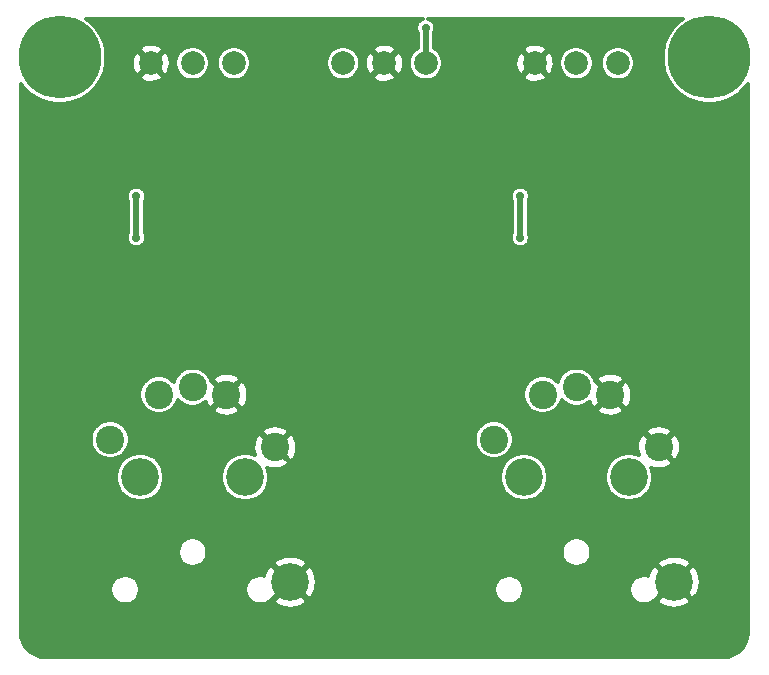
<source format=gbr>
%TF.GenerationSoftware,KiCad,Pcbnew,(5.1.6-0)*%
%TF.CreationDate,2023-05-06T15:55:21-07:00*%
%TF.ProjectId,input_buffer_bal_XLR_combo_SMD_1206,696e7075-745f-4627-9566-6665725f6261,rev?*%
%TF.SameCoordinates,Original*%
%TF.FileFunction,Copper,L2,Bot*%
%TF.FilePolarity,Positive*%
%FSLAX46Y46*%
G04 Gerber Fmt 4.6, Leading zero omitted, Abs format (unit mm)*
G04 Created by KiCad (PCBNEW (5.1.6-0)) date 2023-05-06 15:55:21*
%MOMM*%
%LPD*%
G01*
G04 APERTURE LIST*
%TA.AperFunction,ComponentPad*%
%ADD10C,3.200000*%
%TD*%
%TA.AperFunction,ComponentPad*%
%ADD11C,2.400000*%
%TD*%
%TA.AperFunction,ComponentPad*%
%ADD12C,0.800000*%
%TD*%
%TA.AperFunction,ComponentPad*%
%ADD13C,7.000000*%
%TD*%
%TA.AperFunction,ComponentPad*%
%ADD14C,2.000000*%
%TD*%
%TA.AperFunction,ViaPad*%
%ADD15C,0.700000*%
%TD*%
%TA.AperFunction,Conductor*%
%ADD16C,0.500000*%
%TD*%
%TA.AperFunction,Conductor*%
%ADD17C,0.300000*%
%TD*%
G04 APERTURE END LIST*
D10*
%TO.P,J1,G*%
%TO.N,GND*%
X113270000Y-153180000D03*
%TO.P,J1,T*%
%TO.N,Net-(D1-Pad1)*%
X109460000Y-144290000D03*
X100570000Y-144290000D03*
D11*
%TO.P,J1,R*%
%TO.N,Net-(D2-Pad2)*%
X102157500Y-137305000D03*
%TO.P,J1,S*%
%TO.N,GND*%
X107872500Y-137305000D03*
%TO.P,J1,3*%
%TO.N,Net-(D2-Pad2)*%
X105015000Y-136670000D03*
%TO.P,J1,2*%
%TO.N,Net-(D1-Pad1)*%
X98030000Y-141115000D03*
%TO.P,J1,1*%
%TO.N,GND*%
X112000000Y-141750000D03*
%TD*%
D10*
%TO.P,J2,G*%
%TO.N,GND*%
X145770000Y-153180000D03*
%TO.P,J2,T*%
%TO.N,Net-(D3-Pad1)*%
X141960000Y-144290000D03*
X133070000Y-144290000D03*
D11*
%TO.P,J2,R*%
%TO.N,Net-(D4-Pad2)*%
X134657500Y-137305000D03*
%TO.P,J2,S*%
%TO.N,GND*%
X140372500Y-137305000D03*
%TO.P,J2,3*%
%TO.N,Net-(D4-Pad2)*%
X137515000Y-136670000D03*
%TO.P,J2,2*%
%TO.N,Net-(D3-Pad1)*%
X130530000Y-141115000D03*
%TO.P,J2,1*%
%TO.N,GND*%
X144500000Y-141750000D03*
%TD*%
D12*
%TO.P,H2,1*%
%TO.N,N/C*%
X150606155Y-106893845D03*
X148750000Y-106125000D03*
X146893845Y-106893845D03*
X146125000Y-108750000D03*
X146893845Y-110606155D03*
X148750000Y-111375000D03*
X150606155Y-110606155D03*
X151375000Y-108750000D03*
D13*
X148750000Y-108750000D03*
%TD*%
D12*
%TO.P,H1,1*%
%TO.N,N/C*%
X95606155Y-106893845D03*
X93750000Y-106125000D03*
X91893845Y-106893845D03*
X91125000Y-108750000D03*
X91893845Y-110606155D03*
X93750000Y-111375000D03*
X95606155Y-110606155D03*
X96375000Y-108750000D03*
D13*
X93750000Y-108750000D03*
%TD*%
D14*
%TO.P,J5,3*%
%TO.N,GND*%
X134000000Y-109250000D03*
%TO.P,J5,2*%
%TO.N,Net-(J5-Pad2)*%
X137500000Y-109250000D03*
%TO.P,J5,1*%
%TO.N,Net-(J5-Pad1)*%
X141000000Y-109250000D03*
%TD*%
%TO.P,J4,3*%
%TO.N,GND*%
X101500000Y-109250000D03*
%TO.P,J4,2*%
%TO.N,Net-(J4-Pad2)*%
X105000000Y-109250000D03*
%TO.P,J4,1*%
%TO.N,Net-(J4-Pad1)*%
X108500000Y-109250000D03*
%TD*%
%TO.P,J3,3*%
%TO.N,+15V*%
X117750000Y-109250000D03*
%TO.P,J3,2*%
%TO.N,GND*%
X121250000Y-109250000D03*
%TO.P,J3,1*%
%TO.N,-15V*%
X124750000Y-109250000D03*
%TD*%
D15*
%TO.N,GND*%
X95500000Y-158250000D03*
X100750000Y-158250000D03*
X106750000Y-158250000D03*
X114000000Y-158250000D03*
X121651191Y-158250000D03*
X129500000Y-158250000D03*
X135651191Y-158250000D03*
X142000000Y-158250000D03*
X148250000Y-158250000D03*
X103325000Y-117000000D03*
X93750000Y-122250000D03*
X115500000Y-122250000D03*
X142750000Y-128250000D03*
X139250000Y-126000000D03*
X135500000Y-117000000D03*
X148500000Y-122250000D03*
X126500000Y-122250000D03*
X91651191Y-113492500D03*
X91651191Y-117492500D03*
X91651191Y-121492500D03*
X91651191Y-125492500D03*
X91651191Y-129492500D03*
X91651191Y-133492500D03*
X91651191Y-137492500D03*
X91651191Y-141492500D03*
X91651191Y-145492500D03*
X91651191Y-149492500D03*
X91651191Y-153492500D03*
X93651191Y-115492500D03*
X93651191Y-119492500D03*
X93651191Y-127492500D03*
X93651191Y-131492500D03*
X93651191Y-135492500D03*
X93651191Y-139492500D03*
X93651191Y-143492500D03*
X93651191Y-147492500D03*
X93651191Y-151492500D03*
X93651191Y-155492500D03*
X95651191Y-113492500D03*
X95651191Y-117492500D03*
X95651191Y-137492500D03*
X95651191Y-141492500D03*
X95651191Y-145492500D03*
X95651191Y-149492500D03*
X95651191Y-153492500D03*
X96651191Y-120492500D03*
X97651191Y-115492500D03*
X97651191Y-131492500D03*
X97651191Y-135492500D03*
X97651191Y-143492500D03*
X97651191Y-147492500D03*
X97651191Y-151492500D03*
X97651191Y-155492500D03*
X98651191Y-106492500D03*
X98651191Y-118492500D03*
X99651191Y-133492500D03*
X99651191Y-137492500D03*
X99651191Y-149492500D03*
X100651191Y-112492500D03*
X101651191Y-115492500D03*
X101651191Y-135250000D03*
X101651191Y-151492500D03*
X101651191Y-155492500D03*
X102651191Y-147492500D03*
X103651191Y-113492500D03*
X103651191Y-143000000D03*
X103651191Y-153492500D03*
X104651191Y-119492500D03*
X104651191Y-123492500D03*
X105000000Y-139500000D03*
X105651191Y-111492500D03*
X105651191Y-145492500D03*
X105651191Y-155492500D03*
X106651191Y-151492500D03*
X107651191Y-147492500D03*
X108651191Y-112492500D03*
X108651191Y-118492500D03*
X108651191Y-153492500D03*
X109651191Y-115492500D03*
X109651191Y-130492500D03*
X110651191Y-109492500D03*
X110651191Y-149492500D03*
X110651191Y-155492500D03*
X111651191Y-113492500D03*
X111651191Y-117492500D03*
X111651191Y-132000000D03*
X111651191Y-137492500D03*
X112651191Y-120492500D03*
X109750000Y-128250000D03*
X112651191Y-144492500D03*
X113651191Y-110492500D03*
X113651191Y-115492500D03*
X113651191Y-135492500D03*
X114651191Y-118492500D03*
X114651191Y-138492500D03*
X114651191Y-142492500D03*
X114651191Y-150492500D03*
X115651191Y-112492500D03*
X115651191Y-124492500D03*
X115651191Y-128492500D03*
X115651191Y-132492500D03*
X115651191Y-145492500D03*
X116651191Y-116492500D03*
X116651191Y-120492500D03*
X116651191Y-136492500D03*
X116651191Y-140492500D03*
X116651191Y-148492500D03*
X116651191Y-152492500D03*
X117651191Y-126492500D03*
X117651191Y-130492500D03*
X117651191Y-143492500D03*
X117651191Y-155492500D03*
X118651191Y-111492500D03*
X118651191Y-118492500D03*
X118651191Y-122492500D03*
X118651191Y-133492500D03*
X118651191Y-138492500D03*
X118651191Y-146492500D03*
X118651191Y-150492500D03*
X119651191Y-114492500D03*
X119651191Y-128492500D03*
X119651191Y-141492500D03*
X119651191Y-153492500D03*
X120651191Y-120492500D03*
X120651191Y-124492500D03*
X120651191Y-131492500D03*
X120651191Y-135492500D03*
X120651191Y-144492500D03*
X120651191Y-148492500D03*
X121651191Y-112492500D03*
X121651191Y-116492500D03*
X121651191Y-139492500D03*
X121651191Y-151492500D03*
X121651191Y-155492500D03*
X122651191Y-122492500D03*
X122651191Y-126492500D03*
X122651191Y-133492500D03*
X122651191Y-142492500D03*
X122651191Y-146492500D03*
X123651191Y-114492500D03*
X123651191Y-118492500D03*
X123651191Y-129492500D03*
X123651191Y-136492500D03*
X123651191Y-149492500D03*
X123651191Y-153492500D03*
X124651191Y-111492500D03*
X124651191Y-124492500D03*
X124651191Y-140492500D03*
X124651191Y-144492500D03*
X125651191Y-116492500D03*
X125651191Y-120492500D03*
X125651191Y-127492500D03*
X125651191Y-131492500D03*
X125651191Y-147492500D03*
X125651191Y-151492500D03*
X125651191Y-155492500D03*
X126651191Y-106492500D03*
X126651191Y-113492500D03*
X126651191Y-134492500D03*
X126651191Y-138492500D03*
X126651191Y-142492500D03*
X127651191Y-109492500D03*
X127651191Y-118492500D03*
X127651191Y-145492500D03*
X127651191Y-149492500D03*
X127651191Y-153492500D03*
X128651191Y-115492500D03*
X128250000Y-140500000D03*
X129651191Y-111492500D03*
X129651191Y-120492500D03*
X129651191Y-131492500D03*
X129651191Y-135492500D03*
X129651191Y-143492500D03*
X129651191Y-147492500D03*
X129651191Y-151492500D03*
X129651191Y-155492500D03*
X130651191Y-106492500D03*
X130651191Y-117492500D03*
X131651191Y-109492500D03*
X131651191Y-113492500D03*
X131651191Y-133492500D03*
X131651191Y-137492500D03*
X131651191Y-149492500D03*
X132651191Y-130492500D03*
X133500000Y-115492500D03*
X133651191Y-135492500D03*
X133651191Y-151492500D03*
X133651191Y-155492500D03*
X134651191Y-106492500D03*
X134651191Y-148492500D03*
X135651191Y-113492500D03*
X135651191Y-153492500D03*
X137500000Y-119750000D03*
X137500000Y-123250000D03*
X136651191Y-140492500D03*
X137651191Y-111492500D03*
X137651191Y-146492500D03*
X137651191Y-155492500D03*
X138651191Y-106492500D03*
X138651191Y-114492500D03*
X138651191Y-152492500D03*
X139651191Y-124492500D03*
X139651191Y-148492500D03*
X140651191Y-154492500D03*
X141651191Y-112492500D03*
X141651191Y-116492500D03*
X142651191Y-106492500D03*
X142651191Y-130492500D03*
X142651191Y-138492500D03*
X142651191Y-147492500D03*
X143651191Y-109492500D03*
X143651191Y-150492500D03*
X143651191Y-155492500D03*
X144651191Y-113492500D03*
X144651191Y-117492500D03*
X144651191Y-132492500D03*
X145651191Y-120492500D03*
X145500000Y-126750000D03*
X145651191Y-136492500D03*
X146651191Y-115492500D03*
X146651191Y-142492500D03*
X147651191Y-118492500D03*
X147651191Y-134492500D03*
X147651191Y-138492500D03*
X147651191Y-145492500D03*
X147651191Y-150492500D03*
X148651191Y-113492500D03*
X148651191Y-124492500D03*
X148651191Y-128492500D03*
X149651191Y-116492500D03*
X149651191Y-120492500D03*
X149651191Y-131492500D03*
X149651191Y-136492500D03*
X149651191Y-140492500D03*
X149651191Y-147492500D03*
X149651191Y-152492500D03*
X150651191Y-126492500D03*
X150651191Y-143492500D03*
X150651191Y-155492500D03*
X101250000Y-124250000D03*
X99250000Y-120500000D03*
X131750000Y-120500000D03*
X133650000Y-124500000D03*
X147651191Y-154492500D03*
X137500000Y-128750000D03*
X132000000Y-128250000D03*
X145500000Y-123750000D03*
X142750000Y-124000000D03*
X141000000Y-125500000D03*
X131750000Y-123750000D03*
X129250000Y-123750000D03*
X129250000Y-126750000D03*
X99500000Y-128250000D03*
X107000000Y-126000000D03*
X105000000Y-128750000D03*
X96750000Y-123750000D03*
X96750000Y-126750000D03*
X112500000Y-126750000D03*
X112250000Y-123750000D03*
X109500000Y-124250000D03*
X99250000Y-123750000D03*
X102000000Y-127750000D03*
X103250000Y-131500000D03*
X106750000Y-131500000D03*
X100500000Y-131500000D03*
X101500000Y-118250000D03*
X133750000Y-118500000D03*
X117750000Y-107250000D03*
X106250000Y-107500000D03*
X103250000Y-107500000D03*
X136000000Y-131500000D03*
X139000000Y-131500000D03*
X134750000Y-127750000D03*
X139250000Y-128000000D03*
X101250000Y-140500000D03*
X108500000Y-140750000D03*
X138500000Y-142750000D03*
X133500000Y-140750000D03*
X140500000Y-140500000D03*
%TO.N,-15V*%
X132750000Y-120500000D03*
X132750000Y-124000000D03*
X124750000Y-106250000D03*
X100250000Y-120500000D03*
X100250000Y-124000000D03*
%TD*%
D16*
%TO.N,-15V*%
X132750000Y-120500000D02*
X132750000Y-124000000D01*
X100250000Y-120500000D02*
X100250000Y-124000000D01*
X124750000Y-109250000D02*
X124750000Y-106250000D01*
%TD*%
D17*
%TO.N,GND*%
G36*
X124516649Y-105480743D02*
G01*
X124371058Y-105541049D01*
X124240030Y-105628599D01*
X124128599Y-105740030D01*
X124041049Y-105871058D01*
X123980743Y-106016649D01*
X123950000Y-106171207D01*
X123950000Y-106328793D01*
X123980743Y-106483351D01*
X124041049Y-106628942D01*
X124050001Y-106642339D01*
X124050000Y-107973825D01*
X123825679Y-108123711D01*
X123623711Y-108325679D01*
X123465027Y-108563167D01*
X123355723Y-108827051D01*
X123300000Y-109107187D01*
X123300000Y-109392813D01*
X123355723Y-109672949D01*
X123465027Y-109936833D01*
X123623711Y-110174321D01*
X123825679Y-110376289D01*
X124063167Y-110534973D01*
X124327051Y-110644277D01*
X124607187Y-110700000D01*
X124892813Y-110700000D01*
X125172949Y-110644277D01*
X125436833Y-110534973D01*
X125674321Y-110376289D01*
X125674799Y-110375811D01*
X133015610Y-110375811D01*
X133108138Y-110647674D01*
X133397947Y-110794812D01*
X133710892Y-110882584D01*
X134034949Y-110907616D01*
X134357662Y-110868947D01*
X134666631Y-110768063D01*
X134891862Y-110647674D01*
X134984390Y-110375811D01*
X134000000Y-109391421D01*
X133015610Y-110375811D01*
X125674799Y-110375811D01*
X125876289Y-110174321D01*
X126034973Y-109936833D01*
X126144277Y-109672949D01*
X126200000Y-109392813D01*
X126200000Y-109284949D01*
X132342384Y-109284949D01*
X132381053Y-109607662D01*
X132481937Y-109916631D01*
X132602326Y-110141862D01*
X132874189Y-110234390D01*
X133858579Y-109250000D01*
X134141421Y-109250000D01*
X135125811Y-110234390D01*
X135397674Y-110141862D01*
X135544812Y-109852053D01*
X135632584Y-109539108D01*
X135657616Y-109215051D01*
X135644692Y-109107187D01*
X136050000Y-109107187D01*
X136050000Y-109392813D01*
X136105723Y-109672949D01*
X136215027Y-109936833D01*
X136373711Y-110174321D01*
X136575679Y-110376289D01*
X136813167Y-110534973D01*
X137077051Y-110644277D01*
X137357187Y-110700000D01*
X137642813Y-110700000D01*
X137922949Y-110644277D01*
X138186833Y-110534973D01*
X138424321Y-110376289D01*
X138626289Y-110174321D01*
X138784973Y-109936833D01*
X138894277Y-109672949D01*
X138950000Y-109392813D01*
X138950000Y-109107187D01*
X139550000Y-109107187D01*
X139550000Y-109392813D01*
X139605723Y-109672949D01*
X139715027Y-109936833D01*
X139873711Y-110174321D01*
X140075679Y-110376289D01*
X140313167Y-110534973D01*
X140577051Y-110644277D01*
X140857187Y-110700000D01*
X141142813Y-110700000D01*
X141422949Y-110644277D01*
X141686833Y-110534973D01*
X141924321Y-110376289D01*
X142126289Y-110174321D01*
X142284973Y-109936833D01*
X142394277Y-109672949D01*
X142450000Y-109392813D01*
X142450000Y-109107187D01*
X142394277Y-108827051D01*
X142284973Y-108563167D01*
X142126289Y-108325679D01*
X141924321Y-108123711D01*
X141686833Y-107965027D01*
X141422949Y-107855723D01*
X141142813Y-107800000D01*
X140857187Y-107800000D01*
X140577051Y-107855723D01*
X140313167Y-107965027D01*
X140075679Y-108123711D01*
X139873711Y-108325679D01*
X139715027Y-108563167D01*
X139605723Y-108827051D01*
X139550000Y-109107187D01*
X138950000Y-109107187D01*
X138894277Y-108827051D01*
X138784973Y-108563167D01*
X138626289Y-108325679D01*
X138424321Y-108123711D01*
X138186833Y-107965027D01*
X137922949Y-107855723D01*
X137642813Y-107800000D01*
X137357187Y-107800000D01*
X137077051Y-107855723D01*
X136813167Y-107965027D01*
X136575679Y-108123711D01*
X136373711Y-108325679D01*
X136215027Y-108563167D01*
X136105723Y-108827051D01*
X136050000Y-109107187D01*
X135644692Y-109107187D01*
X135618947Y-108892338D01*
X135518063Y-108583369D01*
X135397674Y-108358138D01*
X135125811Y-108265610D01*
X134141421Y-109250000D01*
X133858579Y-109250000D01*
X132874189Y-108265610D01*
X132602326Y-108358138D01*
X132455188Y-108647947D01*
X132367416Y-108960892D01*
X132342384Y-109284949D01*
X126200000Y-109284949D01*
X126200000Y-109107187D01*
X126144277Y-108827051D01*
X126034973Y-108563167D01*
X125876289Y-108325679D01*
X125674799Y-108124189D01*
X133015610Y-108124189D01*
X134000000Y-109108579D01*
X134984390Y-108124189D01*
X134891862Y-107852326D01*
X134602053Y-107705188D01*
X134289108Y-107617416D01*
X133965051Y-107592384D01*
X133642338Y-107631053D01*
X133333369Y-107731937D01*
X133108138Y-107852326D01*
X133015610Y-108124189D01*
X125674799Y-108124189D01*
X125674321Y-108123711D01*
X125450000Y-107973825D01*
X125450000Y-106642338D01*
X125458951Y-106628942D01*
X125519257Y-106483351D01*
X125550000Y-106328793D01*
X125550000Y-106171207D01*
X125519257Y-106016649D01*
X125458951Y-105871058D01*
X125371401Y-105740030D01*
X125259970Y-105628599D01*
X125128942Y-105541049D01*
X124983351Y-105480743D01*
X124954479Y-105475000D01*
X146541573Y-105475000D01*
X146232022Y-105681835D01*
X145681835Y-106232022D01*
X145249556Y-106878974D01*
X144951797Y-107597828D01*
X144800000Y-108360959D01*
X144800000Y-109139041D01*
X144951797Y-109902172D01*
X145249556Y-110621026D01*
X145681835Y-111267978D01*
X146232022Y-111818165D01*
X146878974Y-112250444D01*
X147597828Y-112548203D01*
X148360959Y-112700000D01*
X149139041Y-112700000D01*
X149902172Y-112548203D01*
X150621026Y-112250444D01*
X151267978Y-111818165D01*
X151818165Y-111267978D01*
X152025001Y-110958426D01*
X152025000Y-157476769D01*
X151984200Y-157892881D01*
X151870099Y-158270801D01*
X151684769Y-158619356D01*
X151435263Y-158925281D01*
X151131093Y-159176912D01*
X150783834Y-159364674D01*
X150406727Y-159481408D01*
X149991978Y-159525000D01*
X92523231Y-159525000D01*
X92107119Y-159484200D01*
X91729199Y-159370099D01*
X91380644Y-159184769D01*
X91074719Y-158935263D01*
X90823088Y-158631093D01*
X90635326Y-158283834D01*
X90518592Y-157906727D01*
X90475000Y-157491978D01*
X90475000Y-153691886D01*
X98050000Y-153691886D01*
X98050000Y-153938114D01*
X98098037Y-154179611D01*
X98192265Y-154407097D01*
X98329062Y-154611828D01*
X98503172Y-154785938D01*
X98707903Y-154922735D01*
X98935389Y-155016963D01*
X99176886Y-155065000D01*
X99423114Y-155065000D01*
X99664611Y-155016963D01*
X99892097Y-154922735D01*
X100096828Y-154785938D01*
X100270938Y-154611828D01*
X100407735Y-154407097D01*
X100501963Y-154179611D01*
X100550000Y-153938114D01*
X100550000Y-153691886D01*
X109480000Y-153691886D01*
X109480000Y-153938114D01*
X109528037Y-154179611D01*
X109622265Y-154407097D01*
X109759062Y-154611828D01*
X109933172Y-154785938D01*
X110137903Y-154922735D01*
X110365389Y-155016963D01*
X110606886Y-155065000D01*
X110853114Y-155065000D01*
X111094611Y-155016963D01*
X111322097Y-154922735D01*
X111526828Y-154785938D01*
X111579957Y-154732809D01*
X111858613Y-154732809D01*
X112023286Y-155066084D01*
X112415198Y-155273066D01*
X112839960Y-155399612D01*
X113281247Y-155440859D01*
X113722104Y-155395223D01*
X114145585Y-155264457D01*
X114516714Y-155066084D01*
X114681387Y-154732809D01*
X113270000Y-153321421D01*
X111858613Y-154732809D01*
X111579957Y-154732809D01*
X111700938Y-154611828D01*
X111715240Y-154590423D01*
X111717191Y-154591387D01*
X113128579Y-153180000D01*
X113411421Y-153180000D01*
X114822809Y-154591387D01*
X115156084Y-154426714D01*
X115363066Y-154034802D01*
X115465228Y-153691886D01*
X130550000Y-153691886D01*
X130550000Y-153938114D01*
X130598037Y-154179611D01*
X130692265Y-154407097D01*
X130829062Y-154611828D01*
X131003172Y-154785938D01*
X131207903Y-154922735D01*
X131435389Y-155016963D01*
X131676886Y-155065000D01*
X131923114Y-155065000D01*
X132164611Y-155016963D01*
X132392097Y-154922735D01*
X132596828Y-154785938D01*
X132770938Y-154611828D01*
X132907735Y-154407097D01*
X133001963Y-154179611D01*
X133050000Y-153938114D01*
X133050000Y-153691886D01*
X141980000Y-153691886D01*
X141980000Y-153938114D01*
X142028037Y-154179611D01*
X142122265Y-154407097D01*
X142259062Y-154611828D01*
X142433172Y-154785938D01*
X142637903Y-154922735D01*
X142865389Y-155016963D01*
X143106886Y-155065000D01*
X143353114Y-155065000D01*
X143594611Y-155016963D01*
X143822097Y-154922735D01*
X144026828Y-154785938D01*
X144079957Y-154732809D01*
X144358613Y-154732809D01*
X144523286Y-155066084D01*
X144915198Y-155273066D01*
X145339960Y-155399612D01*
X145781247Y-155440859D01*
X146222104Y-155395223D01*
X146645585Y-155264457D01*
X147016714Y-155066084D01*
X147181387Y-154732809D01*
X145770000Y-153321421D01*
X144358613Y-154732809D01*
X144079957Y-154732809D01*
X144200938Y-154611828D01*
X144215240Y-154590423D01*
X144217191Y-154591387D01*
X145628579Y-153180000D01*
X145911421Y-153180000D01*
X147322809Y-154591387D01*
X147656084Y-154426714D01*
X147863066Y-154034802D01*
X147989612Y-153610040D01*
X148030859Y-153168753D01*
X147985223Y-152727896D01*
X147854457Y-152304415D01*
X147656084Y-151933286D01*
X147322809Y-151768613D01*
X145911421Y-153180000D01*
X145628579Y-153180000D01*
X144217191Y-151768613D01*
X143883916Y-151933286D01*
X143676934Y-152325198D01*
X143591372Y-152612393D01*
X143353114Y-152565000D01*
X143106886Y-152565000D01*
X142865389Y-152613037D01*
X142637903Y-152707265D01*
X142433172Y-152844062D01*
X142259062Y-153018172D01*
X142122265Y-153222903D01*
X142028037Y-153450389D01*
X141980000Y-153691886D01*
X133050000Y-153691886D01*
X133001963Y-153450389D01*
X132907735Y-153222903D01*
X132770938Y-153018172D01*
X132596828Y-152844062D01*
X132392097Y-152707265D01*
X132164611Y-152613037D01*
X131923114Y-152565000D01*
X131676886Y-152565000D01*
X131435389Y-152613037D01*
X131207903Y-152707265D01*
X131003172Y-152844062D01*
X130829062Y-153018172D01*
X130692265Y-153222903D01*
X130598037Y-153450389D01*
X130550000Y-153691886D01*
X115465228Y-153691886D01*
X115489612Y-153610040D01*
X115530859Y-153168753D01*
X115485223Y-152727896D01*
X115354457Y-152304415D01*
X115156084Y-151933286D01*
X114822809Y-151768613D01*
X113411421Y-153180000D01*
X113128579Y-153180000D01*
X111717191Y-151768613D01*
X111383916Y-151933286D01*
X111176934Y-152325198D01*
X111091372Y-152612393D01*
X110853114Y-152565000D01*
X110606886Y-152565000D01*
X110365389Y-152613037D01*
X110137903Y-152707265D01*
X109933172Y-152844062D01*
X109759062Y-153018172D01*
X109622265Y-153222903D01*
X109528037Y-153450389D01*
X109480000Y-153691886D01*
X100550000Y-153691886D01*
X100501963Y-153450389D01*
X100407735Y-153222903D01*
X100270938Y-153018172D01*
X100096828Y-152844062D01*
X99892097Y-152707265D01*
X99664611Y-152613037D01*
X99423114Y-152565000D01*
X99176886Y-152565000D01*
X98935389Y-152613037D01*
X98707903Y-152707265D01*
X98503172Y-152844062D01*
X98329062Y-153018172D01*
X98192265Y-153222903D01*
X98098037Y-153450389D01*
X98050000Y-153691886D01*
X90475000Y-153691886D01*
X90475000Y-150516886D01*
X103765000Y-150516886D01*
X103765000Y-150763114D01*
X103813037Y-151004611D01*
X103907265Y-151232097D01*
X104044062Y-151436828D01*
X104218172Y-151610938D01*
X104422903Y-151747735D01*
X104650389Y-151841963D01*
X104891886Y-151890000D01*
X105138114Y-151890000D01*
X105379611Y-151841963D01*
X105607097Y-151747735D01*
X105787503Y-151627191D01*
X111858613Y-151627191D01*
X113270000Y-153038579D01*
X114681387Y-151627191D01*
X114516714Y-151293916D01*
X114124802Y-151086934D01*
X113700040Y-150960388D01*
X113258753Y-150919141D01*
X112817896Y-150964777D01*
X112394415Y-151095543D01*
X112023286Y-151293916D01*
X111858613Y-151627191D01*
X105787503Y-151627191D01*
X105811828Y-151610938D01*
X105985938Y-151436828D01*
X106122735Y-151232097D01*
X106216963Y-151004611D01*
X106265000Y-150763114D01*
X106265000Y-150516886D01*
X136265000Y-150516886D01*
X136265000Y-150763114D01*
X136313037Y-151004611D01*
X136407265Y-151232097D01*
X136544062Y-151436828D01*
X136718172Y-151610938D01*
X136922903Y-151747735D01*
X137150389Y-151841963D01*
X137391886Y-151890000D01*
X137638114Y-151890000D01*
X137879611Y-151841963D01*
X138107097Y-151747735D01*
X138287503Y-151627191D01*
X144358613Y-151627191D01*
X145770000Y-153038579D01*
X147181387Y-151627191D01*
X147016714Y-151293916D01*
X146624802Y-151086934D01*
X146200040Y-150960388D01*
X145758753Y-150919141D01*
X145317896Y-150964777D01*
X144894415Y-151095543D01*
X144523286Y-151293916D01*
X144358613Y-151627191D01*
X138287503Y-151627191D01*
X138311828Y-151610938D01*
X138485938Y-151436828D01*
X138622735Y-151232097D01*
X138716963Y-151004611D01*
X138765000Y-150763114D01*
X138765000Y-150516886D01*
X138716963Y-150275389D01*
X138622735Y-150047903D01*
X138485938Y-149843172D01*
X138311828Y-149669062D01*
X138107097Y-149532265D01*
X137879611Y-149438037D01*
X137638114Y-149390000D01*
X137391886Y-149390000D01*
X137150389Y-149438037D01*
X136922903Y-149532265D01*
X136718172Y-149669062D01*
X136544062Y-149843172D01*
X136407265Y-150047903D01*
X136313037Y-150275389D01*
X136265000Y-150516886D01*
X106265000Y-150516886D01*
X106216963Y-150275389D01*
X106122735Y-150047903D01*
X105985938Y-149843172D01*
X105811828Y-149669062D01*
X105607097Y-149532265D01*
X105379611Y-149438037D01*
X105138114Y-149390000D01*
X104891886Y-149390000D01*
X104650389Y-149438037D01*
X104422903Y-149532265D01*
X104218172Y-149669062D01*
X104044062Y-149843172D01*
X103907265Y-150047903D01*
X103813037Y-150275389D01*
X103765000Y-150516886D01*
X90475000Y-150516886D01*
X90475000Y-144088093D01*
X98520000Y-144088093D01*
X98520000Y-144491907D01*
X98598780Y-144887963D01*
X98753314Y-145261039D01*
X98977661Y-145596799D01*
X99263201Y-145882339D01*
X99598961Y-146106686D01*
X99972037Y-146261220D01*
X100368093Y-146340000D01*
X100771907Y-146340000D01*
X101167963Y-146261220D01*
X101541039Y-146106686D01*
X101876799Y-145882339D01*
X102162339Y-145596799D01*
X102386686Y-145261039D01*
X102541220Y-144887963D01*
X102620000Y-144491907D01*
X102620000Y-144088093D01*
X107410000Y-144088093D01*
X107410000Y-144491907D01*
X107488780Y-144887963D01*
X107643314Y-145261039D01*
X107867661Y-145596799D01*
X108153201Y-145882339D01*
X108488961Y-146106686D01*
X108862037Y-146261220D01*
X109258093Y-146340000D01*
X109661907Y-146340000D01*
X110057963Y-146261220D01*
X110431039Y-146106686D01*
X110766799Y-145882339D01*
X111052339Y-145596799D01*
X111276686Y-145261039D01*
X111431220Y-144887963D01*
X111510000Y-144491907D01*
X111510000Y-144088093D01*
X131020000Y-144088093D01*
X131020000Y-144491907D01*
X131098780Y-144887963D01*
X131253314Y-145261039D01*
X131477661Y-145596799D01*
X131763201Y-145882339D01*
X132098961Y-146106686D01*
X132472037Y-146261220D01*
X132868093Y-146340000D01*
X133271907Y-146340000D01*
X133667963Y-146261220D01*
X134041039Y-146106686D01*
X134376799Y-145882339D01*
X134662339Y-145596799D01*
X134886686Y-145261039D01*
X135041220Y-144887963D01*
X135120000Y-144491907D01*
X135120000Y-144088093D01*
X139910000Y-144088093D01*
X139910000Y-144491907D01*
X139988780Y-144887963D01*
X140143314Y-145261039D01*
X140367661Y-145596799D01*
X140653201Y-145882339D01*
X140988961Y-146106686D01*
X141362037Y-146261220D01*
X141758093Y-146340000D01*
X142161907Y-146340000D01*
X142557963Y-146261220D01*
X142931039Y-146106686D01*
X143266799Y-145882339D01*
X143552339Y-145596799D01*
X143776686Y-145261039D01*
X143931220Y-144887963D01*
X144010000Y-144491907D01*
X144010000Y-144088093D01*
X143931220Y-143692037D01*
X143846287Y-143486992D01*
X144163902Y-143578315D01*
X144527047Y-143608755D01*
X144889152Y-143567762D01*
X145236302Y-143456915D01*
X145510180Y-143310524D01*
X145626775Y-143018197D01*
X144500000Y-141891421D01*
X144485858Y-141905564D01*
X144344436Y-141764142D01*
X144358579Y-141750000D01*
X144641421Y-141750000D01*
X145768197Y-142876775D01*
X146060524Y-142760180D01*
X146227615Y-142436326D01*
X146328315Y-142086098D01*
X146358755Y-141722953D01*
X146317762Y-141360848D01*
X146206915Y-141013698D01*
X146060524Y-140739820D01*
X145768197Y-140623225D01*
X144641421Y-141750000D01*
X144358579Y-141750000D01*
X143231803Y-140623225D01*
X142939476Y-140739820D01*
X142772385Y-141063674D01*
X142671685Y-141413902D01*
X142641245Y-141777047D01*
X142682238Y-142139152D01*
X142767279Y-142405482D01*
X142557963Y-142318780D01*
X142161907Y-142240000D01*
X141758093Y-142240000D01*
X141362037Y-142318780D01*
X140988961Y-142473314D01*
X140653201Y-142697661D01*
X140367661Y-142983201D01*
X140143314Y-143318961D01*
X139988780Y-143692037D01*
X139910000Y-144088093D01*
X135120000Y-144088093D01*
X135041220Y-143692037D01*
X134886686Y-143318961D01*
X134662339Y-142983201D01*
X134376799Y-142697661D01*
X134041039Y-142473314D01*
X133667963Y-142318780D01*
X133271907Y-142240000D01*
X132868093Y-142240000D01*
X132472037Y-142318780D01*
X132098961Y-142473314D01*
X131763201Y-142697661D01*
X131477661Y-142983201D01*
X131253314Y-143318961D01*
X131098780Y-143692037D01*
X131020000Y-144088093D01*
X111510000Y-144088093D01*
X111431220Y-143692037D01*
X111346287Y-143486992D01*
X111663902Y-143578315D01*
X112027047Y-143608755D01*
X112389152Y-143567762D01*
X112736302Y-143456915D01*
X113010180Y-143310524D01*
X113126775Y-143018197D01*
X112000000Y-141891421D01*
X111985858Y-141905564D01*
X111844436Y-141764142D01*
X111858579Y-141750000D01*
X112141421Y-141750000D01*
X113268197Y-142876775D01*
X113560524Y-142760180D01*
X113727615Y-142436326D01*
X113828315Y-142086098D01*
X113858755Y-141722953D01*
X113817762Y-141360848D01*
X113706915Y-141013698D01*
X113674199Y-140952489D01*
X128880000Y-140952489D01*
X128880000Y-141277511D01*
X128943408Y-141596287D01*
X129067789Y-141896568D01*
X129248361Y-142166814D01*
X129478186Y-142396639D01*
X129748432Y-142577211D01*
X130048713Y-142701592D01*
X130367489Y-142765000D01*
X130692511Y-142765000D01*
X131011287Y-142701592D01*
X131311568Y-142577211D01*
X131581814Y-142396639D01*
X131811639Y-142166814D01*
X131992211Y-141896568D01*
X132116592Y-141596287D01*
X132180000Y-141277511D01*
X132180000Y-140952489D01*
X132116592Y-140633713D01*
X132053669Y-140481803D01*
X143373225Y-140481803D01*
X144500000Y-141608579D01*
X145626775Y-140481803D01*
X145510180Y-140189476D01*
X145186326Y-140022385D01*
X144836098Y-139921685D01*
X144472953Y-139891245D01*
X144110848Y-139932238D01*
X143763698Y-140043085D01*
X143489820Y-140189476D01*
X143373225Y-140481803D01*
X132053669Y-140481803D01*
X131992211Y-140333432D01*
X131811639Y-140063186D01*
X131581814Y-139833361D01*
X131311568Y-139652789D01*
X131011287Y-139528408D01*
X130692511Y-139465000D01*
X130367489Y-139465000D01*
X130048713Y-139528408D01*
X129748432Y-139652789D01*
X129478186Y-139833361D01*
X129248361Y-140063186D01*
X129067789Y-140333432D01*
X128943408Y-140633713D01*
X128880000Y-140952489D01*
X113674199Y-140952489D01*
X113560524Y-140739820D01*
X113268197Y-140623225D01*
X112141421Y-141750000D01*
X111858579Y-141750000D01*
X110731803Y-140623225D01*
X110439476Y-140739820D01*
X110272385Y-141063674D01*
X110171685Y-141413902D01*
X110141245Y-141777047D01*
X110182238Y-142139152D01*
X110267279Y-142405482D01*
X110057963Y-142318780D01*
X109661907Y-142240000D01*
X109258093Y-142240000D01*
X108862037Y-142318780D01*
X108488961Y-142473314D01*
X108153201Y-142697661D01*
X107867661Y-142983201D01*
X107643314Y-143318961D01*
X107488780Y-143692037D01*
X107410000Y-144088093D01*
X102620000Y-144088093D01*
X102541220Y-143692037D01*
X102386686Y-143318961D01*
X102162339Y-142983201D01*
X101876799Y-142697661D01*
X101541039Y-142473314D01*
X101167963Y-142318780D01*
X100771907Y-142240000D01*
X100368093Y-142240000D01*
X99972037Y-142318780D01*
X99598961Y-142473314D01*
X99263201Y-142697661D01*
X98977661Y-142983201D01*
X98753314Y-143318961D01*
X98598780Y-143692037D01*
X98520000Y-144088093D01*
X90475000Y-144088093D01*
X90475000Y-140952489D01*
X96380000Y-140952489D01*
X96380000Y-141277511D01*
X96443408Y-141596287D01*
X96567789Y-141896568D01*
X96748361Y-142166814D01*
X96978186Y-142396639D01*
X97248432Y-142577211D01*
X97548713Y-142701592D01*
X97867489Y-142765000D01*
X98192511Y-142765000D01*
X98511287Y-142701592D01*
X98811568Y-142577211D01*
X99081814Y-142396639D01*
X99311639Y-142166814D01*
X99492211Y-141896568D01*
X99616592Y-141596287D01*
X99680000Y-141277511D01*
X99680000Y-140952489D01*
X99616592Y-140633713D01*
X99553669Y-140481803D01*
X110873225Y-140481803D01*
X112000000Y-141608579D01*
X113126775Y-140481803D01*
X113010180Y-140189476D01*
X112686326Y-140022385D01*
X112336098Y-139921685D01*
X111972953Y-139891245D01*
X111610848Y-139932238D01*
X111263698Y-140043085D01*
X110989820Y-140189476D01*
X110873225Y-140481803D01*
X99553669Y-140481803D01*
X99492211Y-140333432D01*
X99311639Y-140063186D01*
X99081814Y-139833361D01*
X98811568Y-139652789D01*
X98511287Y-139528408D01*
X98192511Y-139465000D01*
X97867489Y-139465000D01*
X97548713Y-139528408D01*
X97248432Y-139652789D01*
X96978186Y-139833361D01*
X96748361Y-140063186D01*
X96567789Y-140333432D01*
X96443408Y-140633713D01*
X96380000Y-140952489D01*
X90475000Y-140952489D01*
X90475000Y-137142489D01*
X100507500Y-137142489D01*
X100507500Y-137467511D01*
X100570908Y-137786287D01*
X100695289Y-138086568D01*
X100875861Y-138356814D01*
X101105686Y-138586639D01*
X101375932Y-138767211D01*
X101676213Y-138891592D01*
X101994989Y-138955000D01*
X102320011Y-138955000D01*
X102638787Y-138891592D01*
X102939068Y-138767211D01*
X103209314Y-138586639D01*
X103222756Y-138573197D01*
X106745725Y-138573197D01*
X106862320Y-138865524D01*
X107186174Y-139032615D01*
X107536402Y-139133315D01*
X107899547Y-139163755D01*
X108261652Y-139122762D01*
X108608802Y-139011915D01*
X108882680Y-138865524D01*
X108999275Y-138573197D01*
X107872500Y-137446421D01*
X106745725Y-138573197D01*
X103222756Y-138573197D01*
X103439139Y-138356814D01*
X103619711Y-138086568D01*
X103744092Y-137786287D01*
X103753008Y-137741461D01*
X103963186Y-137951639D01*
X104233432Y-138132211D01*
X104533713Y-138256592D01*
X104852489Y-138320000D01*
X105177511Y-138320000D01*
X105496287Y-138256592D01*
X105796568Y-138132211D01*
X106066814Y-137951639D01*
X106119979Y-137898474D01*
X106165585Y-138041302D01*
X106311976Y-138315180D01*
X106604303Y-138431775D01*
X107731079Y-137305000D01*
X108013921Y-137305000D01*
X109140697Y-138431775D01*
X109433024Y-138315180D01*
X109600115Y-137991326D01*
X109700815Y-137641098D01*
X109731255Y-137277953D01*
X109715920Y-137142489D01*
X133007500Y-137142489D01*
X133007500Y-137467511D01*
X133070908Y-137786287D01*
X133195289Y-138086568D01*
X133375861Y-138356814D01*
X133605686Y-138586639D01*
X133875932Y-138767211D01*
X134176213Y-138891592D01*
X134494989Y-138955000D01*
X134820011Y-138955000D01*
X135138787Y-138891592D01*
X135439068Y-138767211D01*
X135709314Y-138586639D01*
X135722756Y-138573197D01*
X139245725Y-138573197D01*
X139362320Y-138865524D01*
X139686174Y-139032615D01*
X140036402Y-139133315D01*
X140399547Y-139163755D01*
X140761652Y-139122762D01*
X141108802Y-139011915D01*
X141382680Y-138865524D01*
X141499275Y-138573197D01*
X140372500Y-137446421D01*
X139245725Y-138573197D01*
X135722756Y-138573197D01*
X135939139Y-138356814D01*
X136119711Y-138086568D01*
X136244092Y-137786287D01*
X136253008Y-137741461D01*
X136463186Y-137951639D01*
X136733432Y-138132211D01*
X137033713Y-138256592D01*
X137352489Y-138320000D01*
X137677511Y-138320000D01*
X137996287Y-138256592D01*
X138296568Y-138132211D01*
X138566814Y-137951639D01*
X138619979Y-137898474D01*
X138665585Y-138041302D01*
X138811976Y-138315180D01*
X139104303Y-138431775D01*
X140231079Y-137305000D01*
X140513921Y-137305000D01*
X141640697Y-138431775D01*
X141933024Y-138315180D01*
X142100115Y-137991326D01*
X142200815Y-137641098D01*
X142231255Y-137277953D01*
X142190262Y-136915848D01*
X142079415Y-136568698D01*
X141933024Y-136294820D01*
X141640697Y-136178225D01*
X140513921Y-137305000D01*
X140231079Y-137305000D01*
X139104303Y-136178225D01*
X139098248Y-136180640D01*
X139038669Y-136036803D01*
X139245725Y-136036803D01*
X140372500Y-137163579D01*
X141499275Y-136036803D01*
X141382680Y-135744476D01*
X141058826Y-135577385D01*
X140708598Y-135476685D01*
X140345453Y-135446245D01*
X139983348Y-135487238D01*
X139636198Y-135598085D01*
X139362320Y-135744476D01*
X139245725Y-136036803D01*
X139038669Y-136036803D01*
X138977211Y-135888432D01*
X138796639Y-135618186D01*
X138566814Y-135388361D01*
X138296568Y-135207789D01*
X137996287Y-135083408D01*
X137677511Y-135020000D01*
X137352489Y-135020000D01*
X137033713Y-135083408D01*
X136733432Y-135207789D01*
X136463186Y-135388361D01*
X136233361Y-135618186D01*
X136052789Y-135888432D01*
X135928408Y-136188713D01*
X135919492Y-136233539D01*
X135709314Y-136023361D01*
X135439068Y-135842789D01*
X135138787Y-135718408D01*
X134820011Y-135655000D01*
X134494989Y-135655000D01*
X134176213Y-135718408D01*
X133875932Y-135842789D01*
X133605686Y-136023361D01*
X133375861Y-136253186D01*
X133195289Y-136523432D01*
X133070908Y-136823713D01*
X133007500Y-137142489D01*
X109715920Y-137142489D01*
X109690262Y-136915848D01*
X109579415Y-136568698D01*
X109433024Y-136294820D01*
X109140697Y-136178225D01*
X108013921Y-137305000D01*
X107731079Y-137305000D01*
X106604303Y-136178225D01*
X106598248Y-136180640D01*
X106538669Y-136036803D01*
X106745725Y-136036803D01*
X107872500Y-137163579D01*
X108999275Y-136036803D01*
X108882680Y-135744476D01*
X108558826Y-135577385D01*
X108208598Y-135476685D01*
X107845453Y-135446245D01*
X107483348Y-135487238D01*
X107136198Y-135598085D01*
X106862320Y-135744476D01*
X106745725Y-136036803D01*
X106538669Y-136036803D01*
X106477211Y-135888432D01*
X106296639Y-135618186D01*
X106066814Y-135388361D01*
X105796568Y-135207789D01*
X105496287Y-135083408D01*
X105177511Y-135020000D01*
X104852489Y-135020000D01*
X104533713Y-135083408D01*
X104233432Y-135207789D01*
X103963186Y-135388361D01*
X103733361Y-135618186D01*
X103552789Y-135888432D01*
X103428408Y-136188713D01*
X103419492Y-136233539D01*
X103209314Y-136023361D01*
X102939068Y-135842789D01*
X102638787Y-135718408D01*
X102320011Y-135655000D01*
X101994989Y-135655000D01*
X101676213Y-135718408D01*
X101375932Y-135842789D01*
X101105686Y-136023361D01*
X100875861Y-136253186D01*
X100695289Y-136523432D01*
X100570908Y-136823713D01*
X100507500Y-137142489D01*
X90475000Y-137142489D01*
X90475000Y-120421207D01*
X99450000Y-120421207D01*
X99450000Y-120578793D01*
X99480743Y-120733351D01*
X99541049Y-120878942D01*
X99550000Y-120892338D01*
X99550001Y-123607661D01*
X99541049Y-123621058D01*
X99480743Y-123766649D01*
X99450000Y-123921207D01*
X99450000Y-124078793D01*
X99480743Y-124233351D01*
X99541049Y-124378942D01*
X99628599Y-124509970D01*
X99740030Y-124621401D01*
X99871058Y-124708951D01*
X100016649Y-124769257D01*
X100171207Y-124800000D01*
X100328793Y-124800000D01*
X100483351Y-124769257D01*
X100628942Y-124708951D01*
X100759970Y-124621401D01*
X100871401Y-124509970D01*
X100958951Y-124378942D01*
X101019257Y-124233351D01*
X101050000Y-124078793D01*
X101050000Y-123921207D01*
X101019257Y-123766649D01*
X100958951Y-123621058D01*
X100950000Y-123607662D01*
X100950000Y-120892338D01*
X100958951Y-120878942D01*
X101019257Y-120733351D01*
X101050000Y-120578793D01*
X101050000Y-120421207D01*
X131950000Y-120421207D01*
X131950000Y-120578793D01*
X131980743Y-120733351D01*
X132041049Y-120878942D01*
X132050000Y-120892338D01*
X132050001Y-123607661D01*
X132041049Y-123621058D01*
X131980743Y-123766649D01*
X131950000Y-123921207D01*
X131950000Y-124078793D01*
X131980743Y-124233351D01*
X132041049Y-124378942D01*
X132128599Y-124509970D01*
X132240030Y-124621401D01*
X132371058Y-124708951D01*
X132516649Y-124769257D01*
X132671207Y-124800000D01*
X132828793Y-124800000D01*
X132983351Y-124769257D01*
X133128942Y-124708951D01*
X133259970Y-124621401D01*
X133371401Y-124509970D01*
X133458951Y-124378942D01*
X133519257Y-124233351D01*
X133550000Y-124078793D01*
X133550000Y-123921207D01*
X133519257Y-123766649D01*
X133458951Y-123621058D01*
X133450000Y-123607662D01*
X133450000Y-120892338D01*
X133458951Y-120878942D01*
X133519257Y-120733351D01*
X133550000Y-120578793D01*
X133550000Y-120421207D01*
X133519257Y-120266649D01*
X133458951Y-120121058D01*
X133371401Y-119990030D01*
X133259970Y-119878599D01*
X133128942Y-119791049D01*
X132983351Y-119730743D01*
X132828793Y-119700000D01*
X132671207Y-119700000D01*
X132516649Y-119730743D01*
X132371058Y-119791049D01*
X132240030Y-119878599D01*
X132128599Y-119990030D01*
X132041049Y-120121058D01*
X131980743Y-120266649D01*
X131950000Y-120421207D01*
X101050000Y-120421207D01*
X101019257Y-120266649D01*
X100958951Y-120121058D01*
X100871401Y-119990030D01*
X100759970Y-119878599D01*
X100628942Y-119791049D01*
X100483351Y-119730743D01*
X100328793Y-119700000D01*
X100171207Y-119700000D01*
X100016649Y-119730743D01*
X99871058Y-119791049D01*
X99740030Y-119878599D01*
X99628599Y-119990030D01*
X99541049Y-120121058D01*
X99480743Y-120266649D01*
X99450000Y-120421207D01*
X90475000Y-120421207D01*
X90475000Y-110958427D01*
X90681835Y-111267978D01*
X91232022Y-111818165D01*
X91878974Y-112250444D01*
X92597828Y-112548203D01*
X93360959Y-112700000D01*
X94139041Y-112700000D01*
X94902172Y-112548203D01*
X95621026Y-112250444D01*
X96267978Y-111818165D01*
X96818165Y-111267978D01*
X97250444Y-110621026D01*
X97352015Y-110375811D01*
X100515610Y-110375811D01*
X100608138Y-110647674D01*
X100897947Y-110794812D01*
X101210892Y-110882584D01*
X101534949Y-110907616D01*
X101857662Y-110868947D01*
X102166631Y-110768063D01*
X102391862Y-110647674D01*
X102484390Y-110375811D01*
X101500000Y-109391421D01*
X100515610Y-110375811D01*
X97352015Y-110375811D01*
X97548203Y-109902172D01*
X97670976Y-109284949D01*
X99842384Y-109284949D01*
X99881053Y-109607662D01*
X99981937Y-109916631D01*
X100102326Y-110141862D01*
X100374189Y-110234390D01*
X101358579Y-109250000D01*
X101641421Y-109250000D01*
X102625811Y-110234390D01*
X102897674Y-110141862D01*
X103044812Y-109852053D01*
X103132584Y-109539108D01*
X103157616Y-109215051D01*
X103144692Y-109107187D01*
X103550000Y-109107187D01*
X103550000Y-109392813D01*
X103605723Y-109672949D01*
X103715027Y-109936833D01*
X103873711Y-110174321D01*
X104075679Y-110376289D01*
X104313167Y-110534973D01*
X104577051Y-110644277D01*
X104857187Y-110700000D01*
X105142813Y-110700000D01*
X105422949Y-110644277D01*
X105686833Y-110534973D01*
X105924321Y-110376289D01*
X106126289Y-110174321D01*
X106284973Y-109936833D01*
X106394277Y-109672949D01*
X106450000Y-109392813D01*
X106450000Y-109107187D01*
X107050000Y-109107187D01*
X107050000Y-109392813D01*
X107105723Y-109672949D01*
X107215027Y-109936833D01*
X107373711Y-110174321D01*
X107575679Y-110376289D01*
X107813167Y-110534973D01*
X108077051Y-110644277D01*
X108357187Y-110700000D01*
X108642813Y-110700000D01*
X108922949Y-110644277D01*
X109186833Y-110534973D01*
X109424321Y-110376289D01*
X109626289Y-110174321D01*
X109784973Y-109936833D01*
X109894277Y-109672949D01*
X109950000Y-109392813D01*
X109950000Y-109107187D01*
X116300000Y-109107187D01*
X116300000Y-109392813D01*
X116355723Y-109672949D01*
X116465027Y-109936833D01*
X116623711Y-110174321D01*
X116825679Y-110376289D01*
X117063167Y-110534973D01*
X117327051Y-110644277D01*
X117607187Y-110700000D01*
X117892813Y-110700000D01*
X118172949Y-110644277D01*
X118436833Y-110534973D01*
X118674321Y-110376289D01*
X118674799Y-110375811D01*
X120265610Y-110375811D01*
X120358138Y-110647674D01*
X120647947Y-110794812D01*
X120960892Y-110882584D01*
X121284949Y-110907616D01*
X121607662Y-110868947D01*
X121916631Y-110768063D01*
X122141862Y-110647674D01*
X122234390Y-110375811D01*
X121250000Y-109391421D01*
X120265610Y-110375811D01*
X118674799Y-110375811D01*
X118876289Y-110174321D01*
X119034973Y-109936833D01*
X119144277Y-109672949D01*
X119200000Y-109392813D01*
X119200000Y-109284949D01*
X119592384Y-109284949D01*
X119631053Y-109607662D01*
X119731937Y-109916631D01*
X119852326Y-110141862D01*
X120124189Y-110234390D01*
X121108579Y-109250000D01*
X121391421Y-109250000D01*
X122375811Y-110234390D01*
X122647674Y-110141862D01*
X122794812Y-109852053D01*
X122882584Y-109539108D01*
X122907616Y-109215051D01*
X122868947Y-108892338D01*
X122768063Y-108583369D01*
X122647674Y-108358138D01*
X122375811Y-108265610D01*
X121391421Y-109250000D01*
X121108579Y-109250000D01*
X120124189Y-108265610D01*
X119852326Y-108358138D01*
X119705188Y-108647947D01*
X119617416Y-108960892D01*
X119592384Y-109284949D01*
X119200000Y-109284949D01*
X119200000Y-109107187D01*
X119144277Y-108827051D01*
X119034973Y-108563167D01*
X118876289Y-108325679D01*
X118674799Y-108124189D01*
X120265610Y-108124189D01*
X121250000Y-109108579D01*
X122234390Y-108124189D01*
X122141862Y-107852326D01*
X121852053Y-107705188D01*
X121539108Y-107617416D01*
X121215051Y-107592384D01*
X120892338Y-107631053D01*
X120583369Y-107731937D01*
X120358138Y-107852326D01*
X120265610Y-108124189D01*
X118674799Y-108124189D01*
X118674321Y-108123711D01*
X118436833Y-107965027D01*
X118172949Y-107855723D01*
X117892813Y-107800000D01*
X117607187Y-107800000D01*
X117327051Y-107855723D01*
X117063167Y-107965027D01*
X116825679Y-108123711D01*
X116623711Y-108325679D01*
X116465027Y-108563167D01*
X116355723Y-108827051D01*
X116300000Y-109107187D01*
X109950000Y-109107187D01*
X109894277Y-108827051D01*
X109784973Y-108563167D01*
X109626289Y-108325679D01*
X109424321Y-108123711D01*
X109186833Y-107965027D01*
X108922949Y-107855723D01*
X108642813Y-107800000D01*
X108357187Y-107800000D01*
X108077051Y-107855723D01*
X107813167Y-107965027D01*
X107575679Y-108123711D01*
X107373711Y-108325679D01*
X107215027Y-108563167D01*
X107105723Y-108827051D01*
X107050000Y-109107187D01*
X106450000Y-109107187D01*
X106394277Y-108827051D01*
X106284973Y-108563167D01*
X106126289Y-108325679D01*
X105924321Y-108123711D01*
X105686833Y-107965027D01*
X105422949Y-107855723D01*
X105142813Y-107800000D01*
X104857187Y-107800000D01*
X104577051Y-107855723D01*
X104313167Y-107965027D01*
X104075679Y-108123711D01*
X103873711Y-108325679D01*
X103715027Y-108563167D01*
X103605723Y-108827051D01*
X103550000Y-109107187D01*
X103144692Y-109107187D01*
X103118947Y-108892338D01*
X103018063Y-108583369D01*
X102897674Y-108358138D01*
X102625811Y-108265610D01*
X101641421Y-109250000D01*
X101358579Y-109250000D01*
X100374189Y-108265610D01*
X100102326Y-108358138D01*
X99955188Y-108647947D01*
X99867416Y-108960892D01*
X99842384Y-109284949D01*
X97670976Y-109284949D01*
X97700000Y-109139041D01*
X97700000Y-108360959D01*
X97652904Y-108124189D01*
X100515610Y-108124189D01*
X101500000Y-109108579D01*
X102484390Y-108124189D01*
X102391862Y-107852326D01*
X102102053Y-107705188D01*
X101789108Y-107617416D01*
X101465051Y-107592384D01*
X101142338Y-107631053D01*
X100833369Y-107731937D01*
X100608138Y-107852326D01*
X100515610Y-108124189D01*
X97652904Y-108124189D01*
X97548203Y-107597828D01*
X97250444Y-106878974D01*
X96818165Y-106232022D01*
X96267978Y-105681835D01*
X95958427Y-105475000D01*
X124545521Y-105475000D01*
X124516649Y-105480743D01*
G37*
X124516649Y-105480743D02*
X124371058Y-105541049D01*
X124240030Y-105628599D01*
X124128599Y-105740030D01*
X124041049Y-105871058D01*
X123980743Y-106016649D01*
X123950000Y-106171207D01*
X123950000Y-106328793D01*
X123980743Y-106483351D01*
X124041049Y-106628942D01*
X124050001Y-106642339D01*
X124050000Y-107973825D01*
X123825679Y-108123711D01*
X123623711Y-108325679D01*
X123465027Y-108563167D01*
X123355723Y-108827051D01*
X123300000Y-109107187D01*
X123300000Y-109392813D01*
X123355723Y-109672949D01*
X123465027Y-109936833D01*
X123623711Y-110174321D01*
X123825679Y-110376289D01*
X124063167Y-110534973D01*
X124327051Y-110644277D01*
X124607187Y-110700000D01*
X124892813Y-110700000D01*
X125172949Y-110644277D01*
X125436833Y-110534973D01*
X125674321Y-110376289D01*
X125674799Y-110375811D01*
X133015610Y-110375811D01*
X133108138Y-110647674D01*
X133397947Y-110794812D01*
X133710892Y-110882584D01*
X134034949Y-110907616D01*
X134357662Y-110868947D01*
X134666631Y-110768063D01*
X134891862Y-110647674D01*
X134984390Y-110375811D01*
X134000000Y-109391421D01*
X133015610Y-110375811D01*
X125674799Y-110375811D01*
X125876289Y-110174321D01*
X126034973Y-109936833D01*
X126144277Y-109672949D01*
X126200000Y-109392813D01*
X126200000Y-109284949D01*
X132342384Y-109284949D01*
X132381053Y-109607662D01*
X132481937Y-109916631D01*
X132602326Y-110141862D01*
X132874189Y-110234390D01*
X133858579Y-109250000D01*
X134141421Y-109250000D01*
X135125811Y-110234390D01*
X135397674Y-110141862D01*
X135544812Y-109852053D01*
X135632584Y-109539108D01*
X135657616Y-109215051D01*
X135644692Y-109107187D01*
X136050000Y-109107187D01*
X136050000Y-109392813D01*
X136105723Y-109672949D01*
X136215027Y-109936833D01*
X136373711Y-110174321D01*
X136575679Y-110376289D01*
X136813167Y-110534973D01*
X137077051Y-110644277D01*
X137357187Y-110700000D01*
X137642813Y-110700000D01*
X137922949Y-110644277D01*
X138186833Y-110534973D01*
X138424321Y-110376289D01*
X138626289Y-110174321D01*
X138784973Y-109936833D01*
X138894277Y-109672949D01*
X138950000Y-109392813D01*
X138950000Y-109107187D01*
X139550000Y-109107187D01*
X139550000Y-109392813D01*
X139605723Y-109672949D01*
X139715027Y-109936833D01*
X139873711Y-110174321D01*
X140075679Y-110376289D01*
X140313167Y-110534973D01*
X140577051Y-110644277D01*
X140857187Y-110700000D01*
X141142813Y-110700000D01*
X141422949Y-110644277D01*
X141686833Y-110534973D01*
X141924321Y-110376289D01*
X142126289Y-110174321D01*
X142284973Y-109936833D01*
X142394277Y-109672949D01*
X142450000Y-109392813D01*
X142450000Y-109107187D01*
X142394277Y-108827051D01*
X142284973Y-108563167D01*
X142126289Y-108325679D01*
X141924321Y-108123711D01*
X141686833Y-107965027D01*
X141422949Y-107855723D01*
X141142813Y-107800000D01*
X140857187Y-107800000D01*
X140577051Y-107855723D01*
X140313167Y-107965027D01*
X140075679Y-108123711D01*
X139873711Y-108325679D01*
X139715027Y-108563167D01*
X139605723Y-108827051D01*
X139550000Y-109107187D01*
X138950000Y-109107187D01*
X138894277Y-108827051D01*
X138784973Y-108563167D01*
X138626289Y-108325679D01*
X138424321Y-108123711D01*
X138186833Y-107965027D01*
X137922949Y-107855723D01*
X137642813Y-107800000D01*
X137357187Y-107800000D01*
X137077051Y-107855723D01*
X136813167Y-107965027D01*
X136575679Y-108123711D01*
X136373711Y-108325679D01*
X136215027Y-108563167D01*
X136105723Y-108827051D01*
X136050000Y-109107187D01*
X135644692Y-109107187D01*
X135618947Y-108892338D01*
X135518063Y-108583369D01*
X135397674Y-108358138D01*
X135125811Y-108265610D01*
X134141421Y-109250000D01*
X133858579Y-109250000D01*
X132874189Y-108265610D01*
X132602326Y-108358138D01*
X132455188Y-108647947D01*
X132367416Y-108960892D01*
X132342384Y-109284949D01*
X126200000Y-109284949D01*
X126200000Y-109107187D01*
X126144277Y-108827051D01*
X126034973Y-108563167D01*
X125876289Y-108325679D01*
X125674799Y-108124189D01*
X133015610Y-108124189D01*
X134000000Y-109108579D01*
X134984390Y-108124189D01*
X134891862Y-107852326D01*
X134602053Y-107705188D01*
X134289108Y-107617416D01*
X133965051Y-107592384D01*
X133642338Y-107631053D01*
X133333369Y-107731937D01*
X133108138Y-107852326D01*
X133015610Y-108124189D01*
X125674799Y-108124189D01*
X125674321Y-108123711D01*
X125450000Y-107973825D01*
X125450000Y-106642338D01*
X125458951Y-106628942D01*
X125519257Y-106483351D01*
X125550000Y-106328793D01*
X125550000Y-106171207D01*
X125519257Y-106016649D01*
X125458951Y-105871058D01*
X125371401Y-105740030D01*
X125259970Y-105628599D01*
X125128942Y-105541049D01*
X124983351Y-105480743D01*
X124954479Y-105475000D01*
X146541573Y-105475000D01*
X146232022Y-105681835D01*
X145681835Y-106232022D01*
X145249556Y-106878974D01*
X144951797Y-107597828D01*
X144800000Y-108360959D01*
X144800000Y-109139041D01*
X144951797Y-109902172D01*
X145249556Y-110621026D01*
X145681835Y-111267978D01*
X146232022Y-111818165D01*
X146878974Y-112250444D01*
X147597828Y-112548203D01*
X148360959Y-112700000D01*
X149139041Y-112700000D01*
X149902172Y-112548203D01*
X150621026Y-112250444D01*
X151267978Y-111818165D01*
X151818165Y-111267978D01*
X152025001Y-110958426D01*
X152025000Y-157476769D01*
X151984200Y-157892881D01*
X151870099Y-158270801D01*
X151684769Y-158619356D01*
X151435263Y-158925281D01*
X151131093Y-159176912D01*
X150783834Y-159364674D01*
X150406727Y-159481408D01*
X149991978Y-159525000D01*
X92523231Y-159525000D01*
X92107119Y-159484200D01*
X91729199Y-159370099D01*
X91380644Y-159184769D01*
X91074719Y-158935263D01*
X90823088Y-158631093D01*
X90635326Y-158283834D01*
X90518592Y-157906727D01*
X90475000Y-157491978D01*
X90475000Y-153691886D01*
X98050000Y-153691886D01*
X98050000Y-153938114D01*
X98098037Y-154179611D01*
X98192265Y-154407097D01*
X98329062Y-154611828D01*
X98503172Y-154785938D01*
X98707903Y-154922735D01*
X98935389Y-155016963D01*
X99176886Y-155065000D01*
X99423114Y-155065000D01*
X99664611Y-155016963D01*
X99892097Y-154922735D01*
X100096828Y-154785938D01*
X100270938Y-154611828D01*
X100407735Y-154407097D01*
X100501963Y-154179611D01*
X100550000Y-153938114D01*
X100550000Y-153691886D01*
X109480000Y-153691886D01*
X109480000Y-153938114D01*
X109528037Y-154179611D01*
X109622265Y-154407097D01*
X109759062Y-154611828D01*
X109933172Y-154785938D01*
X110137903Y-154922735D01*
X110365389Y-155016963D01*
X110606886Y-155065000D01*
X110853114Y-155065000D01*
X111094611Y-155016963D01*
X111322097Y-154922735D01*
X111526828Y-154785938D01*
X111579957Y-154732809D01*
X111858613Y-154732809D01*
X112023286Y-155066084D01*
X112415198Y-155273066D01*
X112839960Y-155399612D01*
X113281247Y-155440859D01*
X113722104Y-155395223D01*
X114145585Y-155264457D01*
X114516714Y-155066084D01*
X114681387Y-154732809D01*
X113270000Y-153321421D01*
X111858613Y-154732809D01*
X111579957Y-154732809D01*
X111700938Y-154611828D01*
X111715240Y-154590423D01*
X111717191Y-154591387D01*
X113128579Y-153180000D01*
X113411421Y-153180000D01*
X114822809Y-154591387D01*
X115156084Y-154426714D01*
X115363066Y-154034802D01*
X115465228Y-153691886D01*
X130550000Y-153691886D01*
X130550000Y-153938114D01*
X130598037Y-154179611D01*
X130692265Y-154407097D01*
X130829062Y-154611828D01*
X131003172Y-154785938D01*
X131207903Y-154922735D01*
X131435389Y-155016963D01*
X131676886Y-155065000D01*
X131923114Y-155065000D01*
X132164611Y-155016963D01*
X132392097Y-154922735D01*
X132596828Y-154785938D01*
X132770938Y-154611828D01*
X132907735Y-154407097D01*
X133001963Y-154179611D01*
X133050000Y-153938114D01*
X133050000Y-153691886D01*
X141980000Y-153691886D01*
X141980000Y-153938114D01*
X142028037Y-154179611D01*
X142122265Y-154407097D01*
X142259062Y-154611828D01*
X142433172Y-154785938D01*
X142637903Y-154922735D01*
X142865389Y-155016963D01*
X143106886Y-155065000D01*
X143353114Y-155065000D01*
X143594611Y-155016963D01*
X143822097Y-154922735D01*
X144026828Y-154785938D01*
X144079957Y-154732809D01*
X144358613Y-154732809D01*
X144523286Y-155066084D01*
X144915198Y-155273066D01*
X145339960Y-155399612D01*
X145781247Y-155440859D01*
X146222104Y-155395223D01*
X146645585Y-155264457D01*
X147016714Y-155066084D01*
X147181387Y-154732809D01*
X145770000Y-153321421D01*
X144358613Y-154732809D01*
X144079957Y-154732809D01*
X144200938Y-154611828D01*
X144215240Y-154590423D01*
X144217191Y-154591387D01*
X145628579Y-153180000D01*
X145911421Y-153180000D01*
X147322809Y-154591387D01*
X147656084Y-154426714D01*
X147863066Y-154034802D01*
X147989612Y-153610040D01*
X148030859Y-153168753D01*
X147985223Y-152727896D01*
X147854457Y-152304415D01*
X147656084Y-151933286D01*
X147322809Y-151768613D01*
X145911421Y-153180000D01*
X145628579Y-153180000D01*
X144217191Y-151768613D01*
X143883916Y-151933286D01*
X143676934Y-152325198D01*
X143591372Y-152612393D01*
X143353114Y-152565000D01*
X143106886Y-152565000D01*
X142865389Y-152613037D01*
X142637903Y-152707265D01*
X142433172Y-152844062D01*
X142259062Y-153018172D01*
X142122265Y-153222903D01*
X142028037Y-153450389D01*
X141980000Y-153691886D01*
X133050000Y-153691886D01*
X133001963Y-153450389D01*
X132907735Y-153222903D01*
X132770938Y-153018172D01*
X132596828Y-152844062D01*
X132392097Y-152707265D01*
X132164611Y-152613037D01*
X131923114Y-152565000D01*
X131676886Y-152565000D01*
X131435389Y-152613037D01*
X131207903Y-152707265D01*
X131003172Y-152844062D01*
X130829062Y-153018172D01*
X130692265Y-153222903D01*
X130598037Y-153450389D01*
X130550000Y-153691886D01*
X115465228Y-153691886D01*
X115489612Y-153610040D01*
X115530859Y-153168753D01*
X115485223Y-152727896D01*
X115354457Y-152304415D01*
X115156084Y-151933286D01*
X114822809Y-151768613D01*
X113411421Y-153180000D01*
X113128579Y-153180000D01*
X111717191Y-151768613D01*
X111383916Y-151933286D01*
X111176934Y-152325198D01*
X111091372Y-152612393D01*
X110853114Y-152565000D01*
X110606886Y-152565000D01*
X110365389Y-152613037D01*
X110137903Y-152707265D01*
X109933172Y-152844062D01*
X109759062Y-153018172D01*
X109622265Y-153222903D01*
X109528037Y-153450389D01*
X109480000Y-153691886D01*
X100550000Y-153691886D01*
X100501963Y-153450389D01*
X100407735Y-153222903D01*
X100270938Y-153018172D01*
X100096828Y-152844062D01*
X99892097Y-152707265D01*
X99664611Y-152613037D01*
X99423114Y-152565000D01*
X99176886Y-152565000D01*
X98935389Y-152613037D01*
X98707903Y-152707265D01*
X98503172Y-152844062D01*
X98329062Y-153018172D01*
X98192265Y-153222903D01*
X98098037Y-153450389D01*
X98050000Y-153691886D01*
X90475000Y-153691886D01*
X90475000Y-150516886D01*
X103765000Y-150516886D01*
X103765000Y-150763114D01*
X103813037Y-151004611D01*
X103907265Y-151232097D01*
X104044062Y-151436828D01*
X104218172Y-151610938D01*
X104422903Y-151747735D01*
X104650389Y-151841963D01*
X104891886Y-151890000D01*
X105138114Y-151890000D01*
X105379611Y-151841963D01*
X105607097Y-151747735D01*
X105787503Y-151627191D01*
X111858613Y-151627191D01*
X113270000Y-153038579D01*
X114681387Y-151627191D01*
X114516714Y-151293916D01*
X114124802Y-151086934D01*
X113700040Y-150960388D01*
X113258753Y-150919141D01*
X112817896Y-150964777D01*
X112394415Y-151095543D01*
X112023286Y-151293916D01*
X111858613Y-151627191D01*
X105787503Y-151627191D01*
X105811828Y-151610938D01*
X105985938Y-151436828D01*
X106122735Y-151232097D01*
X106216963Y-151004611D01*
X106265000Y-150763114D01*
X106265000Y-150516886D01*
X136265000Y-150516886D01*
X136265000Y-150763114D01*
X136313037Y-151004611D01*
X136407265Y-151232097D01*
X136544062Y-151436828D01*
X136718172Y-151610938D01*
X136922903Y-151747735D01*
X137150389Y-151841963D01*
X137391886Y-151890000D01*
X137638114Y-151890000D01*
X137879611Y-151841963D01*
X138107097Y-151747735D01*
X138287503Y-151627191D01*
X144358613Y-151627191D01*
X145770000Y-153038579D01*
X147181387Y-151627191D01*
X147016714Y-151293916D01*
X146624802Y-151086934D01*
X146200040Y-150960388D01*
X145758753Y-150919141D01*
X145317896Y-150964777D01*
X144894415Y-151095543D01*
X144523286Y-151293916D01*
X144358613Y-151627191D01*
X138287503Y-151627191D01*
X138311828Y-151610938D01*
X138485938Y-151436828D01*
X138622735Y-151232097D01*
X138716963Y-151004611D01*
X138765000Y-150763114D01*
X138765000Y-150516886D01*
X138716963Y-150275389D01*
X138622735Y-150047903D01*
X138485938Y-149843172D01*
X138311828Y-149669062D01*
X138107097Y-149532265D01*
X137879611Y-149438037D01*
X137638114Y-149390000D01*
X137391886Y-149390000D01*
X137150389Y-149438037D01*
X136922903Y-149532265D01*
X136718172Y-149669062D01*
X136544062Y-149843172D01*
X136407265Y-150047903D01*
X136313037Y-150275389D01*
X136265000Y-150516886D01*
X106265000Y-150516886D01*
X106216963Y-150275389D01*
X106122735Y-150047903D01*
X105985938Y-149843172D01*
X105811828Y-149669062D01*
X105607097Y-149532265D01*
X105379611Y-149438037D01*
X105138114Y-149390000D01*
X104891886Y-149390000D01*
X104650389Y-149438037D01*
X104422903Y-149532265D01*
X104218172Y-149669062D01*
X104044062Y-149843172D01*
X103907265Y-150047903D01*
X103813037Y-150275389D01*
X103765000Y-150516886D01*
X90475000Y-150516886D01*
X90475000Y-144088093D01*
X98520000Y-144088093D01*
X98520000Y-144491907D01*
X98598780Y-144887963D01*
X98753314Y-145261039D01*
X98977661Y-145596799D01*
X99263201Y-145882339D01*
X99598961Y-146106686D01*
X99972037Y-146261220D01*
X100368093Y-146340000D01*
X100771907Y-146340000D01*
X101167963Y-146261220D01*
X101541039Y-146106686D01*
X101876799Y-145882339D01*
X102162339Y-145596799D01*
X102386686Y-145261039D01*
X102541220Y-144887963D01*
X102620000Y-144491907D01*
X102620000Y-144088093D01*
X107410000Y-144088093D01*
X107410000Y-144491907D01*
X107488780Y-144887963D01*
X107643314Y-145261039D01*
X107867661Y-145596799D01*
X108153201Y-145882339D01*
X108488961Y-146106686D01*
X108862037Y-146261220D01*
X109258093Y-146340000D01*
X109661907Y-146340000D01*
X110057963Y-146261220D01*
X110431039Y-146106686D01*
X110766799Y-145882339D01*
X111052339Y-145596799D01*
X111276686Y-145261039D01*
X111431220Y-144887963D01*
X111510000Y-144491907D01*
X111510000Y-144088093D01*
X131020000Y-144088093D01*
X131020000Y-144491907D01*
X131098780Y-144887963D01*
X131253314Y-145261039D01*
X131477661Y-145596799D01*
X131763201Y-145882339D01*
X132098961Y-146106686D01*
X132472037Y-146261220D01*
X132868093Y-146340000D01*
X133271907Y-146340000D01*
X133667963Y-146261220D01*
X134041039Y-146106686D01*
X134376799Y-145882339D01*
X134662339Y-145596799D01*
X134886686Y-145261039D01*
X135041220Y-144887963D01*
X135120000Y-144491907D01*
X135120000Y-144088093D01*
X139910000Y-144088093D01*
X139910000Y-144491907D01*
X139988780Y-144887963D01*
X140143314Y-145261039D01*
X140367661Y-145596799D01*
X140653201Y-145882339D01*
X140988961Y-146106686D01*
X141362037Y-146261220D01*
X141758093Y-146340000D01*
X142161907Y-146340000D01*
X142557963Y-146261220D01*
X142931039Y-146106686D01*
X143266799Y-145882339D01*
X143552339Y-145596799D01*
X143776686Y-145261039D01*
X143931220Y-144887963D01*
X144010000Y-144491907D01*
X144010000Y-144088093D01*
X143931220Y-143692037D01*
X143846287Y-143486992D01*
X144163902Y-143578315D01*
X144527047Y-143608755D01*
X144889152Y-143567762D01*
X145236302Y-143456915D01*
X145510180Y-143310524D01*
X145626775Y-143018197D01*
X144500000Y-141891421D01*
X144485858Y-141905564D01*
X144344436Y-141764142D01*
X144358579Y-141750000D01*
X144641421Y-141750000D01*
X145768197Y-142876775D01*
X146060524Y-142760180D01*
X146227615Y-142436326D01*
X146328315Y-142086098D01*
X146358755Y-141722953D01*
X146317762Y-141360848D01*
X146206915Y-141013698D01*
X146060524Y-140739820D01*
X145768197Y-140623225D01*
X144641421Y-141750000D01*
X144358579Y-141750000D01*
X143231803Y-140623225D01*
X142939476Y-140739820D01*
X142772385Y-141063674D01*
X142671685Y-141413902D01*
X142641245Y-141777047D01*
X142682238Y-142139152D01*
X142767279Y-142405482D01*
X142557963Y-142318780D01*
X142161907Y-142240000D01*
X141758093Y-142240000D01*
X141362037Y-142318780D01*
X140988961Y-142473314D01*
X140653201Y-142697661D01*
X140367661Y-142983201D01*
X140143314Y-143318961D01*
X139988780Y-143692037D01*
X139910000Y-144088093D01*
X135120000Y-144088093D01*
X135041220Y-143692037D01*
X134886686Y-143318961D01*
X134662339Y-142983201D01*
X134376799Y-142697661D01*
X134041039Y-142473314D01*
X133667963Y-142318780D01*
X133271907Y-142240000D01*
X132868093Y-142240000D01*
X132472037Y-142318780D01*
X132098961Y-142473314D01*
X131763201Y-142697661D01*
X131477661Y-142983201D01*
X131253314Y-143318961D01*
X131098780Y-143692037D01*
X131020000Y-144088093D01*
X111510000Y-144088093D01*
X111431220Y-143692037D01*
X111346287Y-143486992D01*
X111663902Y-143578315D01*
X112027047Y-143608755D01*
X112389152Y-143567762D01*
X112736302Y-143456915D01*
X113010180Y-143310524D01*
X113126775Y-143018197D01*
X112000000Y-141891421D01*
X111985858Y-141905564D01*
X111844436Y-141764142D01*
X111858579Y-141750000D01*
X112141421Y-141750000D01*
X113268197Y-142876775D01*
X113560524Y-142760180D01*
X113727615Y-142436326D01*
X113828315Y-142086098D01*
X113858755Y-141722953D01*
X113817762Y-141360848D01*
X113706915Y-141013698D01*
X113674199Y-140952489D01*
X128880000Y-140952489D01*
X128880000Y-141277511D01*
X128943408Y-141596287D01*
X129067789Y-141896568D01*
X129248361Y-142166814D01*
X129478186Y-142396639D01*
X129748432Y-142577211D01*
X130048713Y-142701592D01*
X130367489Y-142765000D01*
X130692511Y-142765000D01*
X131011287Y-142701592D01*
X131311568Y-142577211D01*
X131581814Y-142396639D01*
X131811639Y-142166814D01*
X131992211Y-141896568D01*
X132116592Y-141596287D01*
X132180000Y-141277511D01*
X132180000Y-140952489D01*
X132116592Y-140633713D01*
X132053669Y-140481803D01*
X143373225Y-140481803D01*
X144500000Y-141608579D01*
X145626775Y-140481803D01*
X145510180Y-140189476D01*
X145186326Y-140022385D01*
X144836098Y-139921685D01*
X144472953Y-139891245D01*
X144110848Y-139932238D01*
X143763698Y-140043085D01*
X143489820Y-140189476D01*
X143373225Y-140481803D01*
X132053669Y-140481803D01*
X131992211Y-140333432D01*
X131811639Y-140063186D01*
X131581814Y-139833361D01*
X131311568Y-139652789D01*
X131011287Y-139528408D01*
X130692511Y-139465000D01*
X130367489Y-139465000D01*
X130048713Y-139528408D01*
X129748432Y-139652789D01*
X129478186Y-139833361D01*
X129248361Y-140063186D01*
X129067789Y-140333432D01*
X128943408Y-140633713D01*
X128880000Y-140952489D01*
X113674199Y-140952489D01*
X113560524Y-140739820D01*
X113268197Y-140623225D01*
X112141421Y-141750000D01*
X111858579Y-141750000D01*
X110731803Y-140623225D01*
X110439476Y-140739820D01*
X110272385Y-141063674D01*
X110171685Y-141413902D01*
X110141245Y-141777047D01*
X110182238Y-142139152D01*
X110267279Y-142405482D01*
X110057963Y-142318780D01*
X109661907Y-142240000D01*
X109258093Y-142240000D01*
X108862037Y-142318780D01*
X108488961Y-142473314D01*
X108153201Y-142697661D01*
X107867661Y-142983201D01*
X107643314Y-143318961D01*
X107488780Y-143692037D01*
X107410000Y-144088093D01*
X102620000Y-144088093D01*
X102541220Y-143692037D01*
X102386686Y-143318961D01*
X102162339Y-142983201D01*
X101876799Y-142697661D01*
X101541039Y-142473314D01*
X101167963Y-142318780D01*
X100771907Y-142240000D01*
X100368093Y-142240000D01*
X99972037Y-142318780D01*
X99598961Y-142473314D01*
X99263201Y-142697661D01*
X98977661Y-142983201D01*
X98753314Y-143318961D01*
X98598780Y-143692037D01*
X98520000Y-144088093D01*
X90475000Y-144088093D01*
X90475000Y-140952489D01*
X96380000Y-140952489D01*
X96380000Y-141277511D01*
X96443408Y-141596287D01*
X96567789Y-141896568D01*
X96748361Y-142166814D01*
X96978186Y-142396639D01*
X97248432Y-142577211D01*
X97548713Y-142701592D01*
X97867489Y-142765000D01*
X98192511Y-142765000D01*
X98511287Y-142701592D01*
X98811568Y-142577211D01*
X99081814Y-142396639D01*
X99311639Y-142166814D01*
X99492211Y-141896568D01*
X99616592Y-141596287D01*
X99680000Y-141277511D01*
X99680000Y-140952489D01*
X99616592Y-140633713D01*
X99553669Y-140481803D01*
X110873225Y-140481803D01*
X112000000Y-141608579D01*
X113126775Y-140481803D01*
X113010180Y-140189476D01*
X112686326Y-140022385D01*
X112336098Y-139921685D01*
X111972953Y-139891245D01*
X111610848Y-139932238D01*
X111263698Y-140043085D01*
X110989820Y-140189476D01*
X110873225Y-140481803D01*
X99553669Y-140481803D01*
X99492211Y-140333432D01*
X99311639Y-140063186D01*
X99081814Y-139833361D01*
X98811568Y-139652789D01*
X98511287Y-139528408D01*
X98192511Y-139465000D01*
X97867489Y-139465000D01*
X97548713Y-139528408D01*
X97248432Y-139652789D01*
X96978186Y-139833361D01*
X96748361Y-140063186D01*
X96567789Y-140333432D01*
X96443408Y-140633713D01*
X96380000Y-140952489D01*
X90475000Y-140952489D01*
X90475000Y-137142489D01*
X100507500Y-137142489D01*
X100507500Y-137467511D01*
X100570908Y-137786287D01*
X100695289Y-138086568D01*
X100875861Y-138356814D01*
X101105686Y-138586639D01*
X101375932Y-138767211D01*
X101676213Y-138891592D01*
X101994989Y-138955000D01*
X102320011Y-138955000D01*
X102638787Y-138891592D01*
X102939068Y-138767211D01*
X103209314Y-138586639D01*
X103222756Y-138573197D01*
X106745725Y-138573197D01*
X106862320Y-138865524D01*
X107186174Y-139032615D01*
X107536402Y-139133315D01*
X107899547Y-139163755D01*
X108261652Y-139122762D01*
X108608802Y-139011915D01*
X108882680Y-138865524D01*
X108999275Y-138573197D01*
X107872500Y-137446421D01*
X106745725Y-138573197D01*
X103222756Y-138573197D01*
X103439139Y-138356814D01*
X103619711Y-138086568D01*
X103744092Y-137786287D01*
X103753008Y-137741461D01*
X103963186Y-137951639D01*
X104233432Y-138132211D01*
X104533713Y-138256592D01*
X104852489Y-138320000D01*
X105177511Y-138320000D01*
X105496287Y-138256592D01*
X105796568Y-138132211D01*
X106066814Y-137951639D01*
X106119979Y-137898474D01*
X106165585Y-138041302D01*
X106311976Y-138315180D01*
X106604303Y-138431775D01*
X107731079Y-137305000D01*
X108013921Y-137305000D01*
X109140697Y-138431775D01*
X109433024Y-138315180D01*
X109600115Y-137991326D01*
X109700815Y-137641098D01*
X109731255Y-137277953D01*
X109715920Y-137142489D01*
X133007500Y-137142489D01*
X133007500Y-137467511D01*
X133070908Y-137786287D01*
X133195289Y-138086568D01*
X133375861Y-138356814D01*
X133605686Y-138586639D01*
X133875932Y-138767211D01*
X134176213Y-138891592D01*
X134494989Y-138955000D01*
X134820011Y-138955000D01*
X135138787Y-138891592D01*
X135439068Y-138767211D01*
X135709314Y-138586639D01*
X135722756Y-138573197D01*
X139245725Y-138573197D01*
X139362320Y-138865524D01*
X139686174Y-139032615D01*
X140036402Y-139133315D01*
X140399547Y-139163755D01*
X140761652Y-139122762D01*
X141108802Y-139011915D01*
X141382680Y-138865524D01*
X141499275Y-138573197D01*
X140372500Y-137446421D01*
X139245725Y-138573197D01*
X135722756Y-138573197D01*
X135939139Y-138356814D01*
X136119711Y-138086568D01*
X136244092Y-137786287D01*
X136253008Y-137741461D01*
X136463186Y-137951639D01*
X136733432Y-138132211D01*
X137033713Y-138256592D01*
X137352489Y-138320000D01*
X137677511Y-138320000D01*
X137996287Y-138256592D01*
X138296568Y-138132211D01*
X138566814Y-137951639D01*
X138619979Y-137898474D01*
X138665585Y-138041302D01*
X138811976Y-138315180D01*
X139104303Y-138431775D01*
X140231079Y-137305000D01*
X140513921Y-137305000D01*
X141640697Y-138431775D01*
X141933024Y-138315180D01*
X142100115Y-137991326D01*
X142200815Y-137641098D01*
X142231255Y-137277953D01*
X142190262Y-136915848D01*
X142079415Y-136568698D01*
X141933024Y-136294820D01*
X141640697Y-136178225D01*
X140513921Y-137305000D01*
X140231079Y-137305000D01*
X139104303Y-136178225D01*
X139098248Y-136180640D01*
X139038669Y-136036803D01*
X139245725Y-136036803D01*
X140372500Y-137163579D01*
X141499275Y-136036803D01*
X141382680Y-135744476D01*
X141058826Y-135577385D01*
X140708598Y-135476685D01*
X140345453Y-135446245D01*
X139983348Y-135487238D01*
X139636198Y-135598085D01*
X139362320Y-135744476D01*
X139245725Y-136036803D01*
X139038669Y-136036803D01*
X138977211Y-135888432D01*
X138796639Y-135618186D01*
X138566814Y-135388361D01*
X138296568Y-135207789D01*
X137996287Y-135083408D01*
X137677511Y-135020000D01*
X137352489Y-135020000D01*
X137033713Y-135083408D01*
X136733432Y-135207789D01*
X136463186Y-135388361D01*
X136233361Y-135618186D01*
X136052789Y-135888432D01*
X135928408Y-136188713D01*
X135919492Y-136233539D01*
X135709314Y-136023361D01*
X135439068Y-135842789D01*
X135138787Y-135718408D01*
X134820011Y-135655000D01*
X134494989Y-135655000D01*
X134176213Y-135718408D01*
X133875932Y-135842789D01*
X133605686Y-136023361D01*
X133375861Y-136253186D01*
X133195289Y-136523432D01*
X133070908Y-136823713D01*
X133007500Y-137142489D01*
X109715920Y-137142489D01*
X109690262Y-136915848D01*
X109579415Y-136568698D01*
X109433024Y-136294820D01*
X109140697Y-136178225D01*
X108013921Y-137305000D01*
X107731079Y-137305000D01*
X106604303Y-136178225D01*
X106598248Y-136180640D01*
X106538669Y-136036803D01*
X106745725Y-136036803D01*
X107872500Y-137163579D01*
X108999275Y-136036803D01*
X108882680Y-135744476D01*
X108558826Y-135577385D01*
X108208598Y-135476685D01*
X107845453Y-135446245D01*
X107483348Y-135487238D01*
X107136198Y-135598085D01*
X106862320Y-135744476D01*
X106745725Y-136036803D01*
X106538669Y-136036803D01*
X106477211Y-135888432D01*
X106296639Y-135618186D01*
X106066814Y-135388361D01*
X105796568Y-135207789D01*
X105496287Y-135083408D01*
X105177511Y-135020000D01*
X104852489Y-135020000D01*
X104533713Y-135083408D01*
X104233432Y-135207789D01*
X103963186Y-135388361D01*
X103733361Y-135618186D01*
X103552789Y-135888432D01*
X103428408Y-136188713D01*
X103419492Y-136233539D01*
X103209314Y-136023361D01*
X102939068Y-135842789D01*
X102638787Y-135718408D01*
X102320011Y-135655000D01*
X101994989Y-135655000D01*
X101676213Y-135718408D01*
X101375932Y-135842789D01*
X101105686Y-136023361D01*
X100875861Y-136253186D01*
X100695289Y-136523432D01*
X100570908Y-136823713D01*
X100507500Y-137142489D01*
X90475000Y-137142489D01*
X90475000Y-120421207D01*
X99450000Y-120421207D01*
X99450000Y-120578793D01*
X99480743Y-120733351D01*
X99541049Y-120878942D01*
X99550000Y-120892338D01*
X99550001Y-123607661D01*
X99541049Y-123621058D01*
X99480743Y-123766649D01*
X99450000Y-123921207D01*
X99450000Y-124078793D01*
X99480743Y-124233351D01*
X99541049Y-124378942D01*
X99628599Y-124509970D01*
X99740030Y-124621401D01*
X99871058Y-124708951D01*
X100016649Y-124769257D01*
X100171207Y-124800000D01*
X100328793Y-124800000D01*
X100483351Y-124769257D01*
X100628942Y-124708951D01*
X100759970Y-124621401D01*
X100871401Y-124509970D01*
X100958951Y-124378942D01*
X101019257Y-124233351D01*
X101050000Y-124078793D01*
X101050000Y-123921207D01*
X101019257Y-123766649D01*
X100958951Y-123621058D01*
X100950000Y-123607662D01*
X100950000Y-120892338D01*
X100958951Y-120878942D01*
X101019257Y-120733351D01*
X101050000Y-120578793D01*
X101050000Y-120421207D01*
X131950000Y-120421207D01*
X131950000Y-120578793D01*
X131980743Y-120733351D01*
X132041049Y-120878942D01*
X132050000Y-120892338D01*
X132050001Y-123607661D01*
X132041049Y-123621058D01*
X131980743Y-123766649D01*
X131950000Y-123921207D01*
X131950000Y-124078793D01*
X131980743Y-124233351D01*
X132041049Y-124378942D01*
X132128599Y-124509970D01*
X132240030Y-124621401D01*
X132371058Y-124708951D01*
X132516649Y-124769257D01*
X132671207Y-124800000D01*
X132828793Y-124800000D01*
X132983351Y-124769257D01*
X133128942Y-124708951D01*
X133259970Y-124621401D01*
X133371401Y-124509970D01*
X133458951Y-124378942D01*
X133519257Y-124233351D01*
X133550000Y-124078793D01*
X133550000Y-123921207D01*
X133519257Y-123766649D01*
X133458951Y-123621058D01*
X133450000Y-123607662D01*
X133450000Y-120892338D01*
X133458951Y-120878942D01*
X133519257Y-120733351D01*
X133550000Y-120578793D01*
X133550000Y-120421207D01*
X133519257Y-120266649D01*
X133458951Y-120121058D01*
X133371401Y-119990030D01*
X133259970Y-119878599D01*
X133128942Y-119791049D01*
X132983351Y-119730743D01*
X132828793Y-119700000D01*
X132671207Y-119700000D01*
X132516649Y-119730743D01*
X132371058Y-119791049D01*
X132240030Y-119878599D01*
X132128599Y-119990030D01*
X132041049Y-120121058D01*
X131980743Y-120266649D01*
X131950000Y-120421207D01*
X101050000Y-120421207D01*
X101019257Y-120266649D01*
X100958951Y-120121058D01*
X100871401Y-119990030D01*
X100759970Y-119878599D01*
X100628942Y-119791049D01*
X100483351Y-119730743D01*
X100328793Y-119700000D01*
X100171207Y-119700000D01*
X100016649Y-119730743D01*
X99871058Y-119791049D01*
X99740030Y-119878599D01*
X99628599Y-119990030D01*
X99541049Y-120121058D01*
X99480743Y-120266649D01*
X99450000Y-120421207D01*
X90475000Y-120421207D01*
X90475000Y-110958427D01*
X90681835Y-111267978D01*
X91232022Y-111818165D01*
X91878974Y-112250444D01*
X92597828Y-112548203D01*
X93360959Y-112700000D01*
X94139041Y-112700000D01*
X94902172Y-112548203D01*
X95621026Y-112250444D01*
X96267978Y-111818165D01*
X96818165Y-111267978D01*
X97250444Y-110621026D01*
X97352015Y-110375811D01*
X100515610Y-110375811D01*
X100608138Y-110647674D01*
X100897947Y-110794812D01*
X101210892Y-110882584D01*
X101534949Y-110907616D01*
X101857662Y-110868947D01*
X102166631Y-110768063D01*
X102391862Y-110647674D01*
X102484390Y-110375811D01*
X101500000Y-109391421D01*
X100515610Y-110375811D01*
X97352015Y-110375811D01*
X97548203Y-109902172D01*
X97670976Y-109284949D01*
X99842384Y-109284949D01*
X99881053Y-109607662D01*
X99981937Y-109916631D01*
X100102326Y-110141862D01*
X100374189Y-110234390D01*
X101358579Y-109250000D01*
X101641421Y-109250000D01*
X102625811Y-110234390D01*
X102897674Y-110141862D01*
X103044812Y-109852053D01*
X103132584Y-109539108D01*
X103157616Y-109215051D01*
X103144692Y-109107187D01*
X103550000Y-109107187D01*
X103550000Y-109392813D01*
X103605723Y-109672949D01*
X103715027Y-109936833D01*
X103873711Y-110174321D01*
X104075679Y-110376289D01*
X104313167Y-110534973D01*
X104577051Y-110644277D01*
X104857187Y-110700000D01*
X105142813Y-110700000D01*
X105422949Y-110644277D01*
X105686833Y-110534973D01*
X105924321Y-110376289D01*
X106126289Y-110174321D01*
X106284973Y-109936833D01*
X106394277Y-109672949D01*
X106450000Y-109392813D01*
X106450000Y-109107187D01*
X107050000Y-109107187D01*
X107050000Y-109392813D01*
X107105723Y-109672949D01*
X107215027Y-109936833D01*
X107373711Y-110174321D01*
X107575679Y-110376289D01*
X107813167Y-110534973D01*
X108077051Y-110644277D01*
X108357187Y-110700000D01*
X108642813Y-110700000D01*
X108922949Y-110644277D01*
X109186833Y-110534973D01*
X109424321Y-110376289D01*
X109626289Y-110174321D01*
X109784973Y-109936833D01*
X109894277Y-109672949D01*
X109950000Y-109392813D01*
X109950000Y-109107187D01*
X116300000Y-109107187D01*
X116300000Y-109392813D01*
X116355723Y-109672949D01*
X116465027Y-109936833D01*
X116623711Y-110174321D01*
X116825679Y-110376289D01*
X117063167Y-110534973D01*
X117327051Y-110644277D01*
X117607187Y-110700000D01*
X117892813Y-110700000D01*
X118172949Y-110644277D01*
X118436833Y-110534973D01*
X118674321Y-110376289D01*
X118674799Y-110375811D01*
X120265610Y-110375811D01*
X120358138Y-110647674D01*
X120647947Y-110794812D01*
X120960892Y-110882584D01*
X121284949Y-110907616D01*
X121607662Y-110868947D01*
X121916631Y-110768063D01*
X122141862Y-110647674D01*
X122234390Y-110375811D01*
X121250000Y-109391421D01*
X120265610Y-110375811D01*
X118674799Y-110375811D01*
X118876289Y-110174321D01*
X119034973Y-109936833D01*
X119144277Y-109672949D01*
X119200000Y-109392813D01*
X119200000Y-109284949D01*
X119592384Y-109284949D01*
X119631053Y-109607662D01*
X119731937Y-109916631D01*
X119852326Y-110141862D01*
X120124189Y-110234390D01*
X121108579Y-109250000D01*
X121391421Y-109250000D01*
X122375811Y-110234390D01*
X122647674Y-110141862D01*
X122794812Y-109852053D01*
X122882584Y-109539108D01*
X122907616Y-109215051D01*
X122868947Y-108892338D01*
X122768063Y-108583369D01*
X122647674Y-108358138D01*
X122375811Y-108265610D01*
X121391421Y-109250000D01*
X121108579Y-109250000D01*
X120124189Y-108265610D01*
X119852326Y-108358138D01*
X119705188Y-108647947D01*
X119617416Y-108960892D01*
X119592384Y-109284949D01*
X119200000Y-109284949D01*
X119200000Y-109107187D01*
X119144277Y-108827051D01*
X119034973Y-108563167D01*
X118876289Y-108325679D01*
X118674799Y-108124189D01*
X120265610Y-108124189D01*
X121250000Y-109108579D01*
X122234390Y-108124189D01*
X122141862Y-107852326D01*
X121852053Y-107705188D01*
X121539108Y-107617416D01*
X121215051Y-107592384D01*
X120892338Y-107631053D01*
X120583369Y-107731937D01*
X120358138Y-107852326D01*
X120265610Y-108124189D01*
X118674799Y-108124189D01*
X118674321Y-108123711D01*
X118436833Y-107965027D01*
X118172949Y-107855723D01*
X117892813Y-107800000D01*
X117607187Y-107800000D01*
X117327051Y-107855723D01*
X117063167Y-107965027D01*
X116825679Y-108123711D01*
X116623711Y-108325679D01*
X116465027Y-108563167D01*
X116355723Y-108827051D01*
X116300000Y-109107187D01*
X109950000Y-109107187D01*
X109894277Y-108827051D01*
X109784973Y-108563167D01*
X109626289Y-108325679D01*
X109424321Y-108123711D01*
X109186833Y-107965027D01*
X108922949Y-107855723D01*
X108642813Y-107800000D01*
X108357187Y-107800000D01*
X108077051Y-107855723D01*
X107813167Y-107965027D01*
X107575679Y-108123711D01*
X107373711Y-108325679D01*
X107215027Y-108563167D01*
X107105723Y-108827051D01*
X107050000Y-109107187D01*
X106450000Y-109107187D01*
X106394277Y-108827051D01*
X106284973Y-108563167D01*
X106126289Y-108325679D01*
X105924321Y-108123711D01*
X105686833Y-107965027D01*
X105422949Y-107855723D01*
X105142813Y-107800000D01*
X104857187Y-107800000D01*
X104577051Y-107855723D01*
X104313167Y-107965027D01*
X104075679Y-108123711D01*
X103873711Y-108325679D01*
X103715027Y-108563167D01*
X103605723Y-108827051D01*
X103550000Y-109107187D01*
X103144692Y-109107187D01*
X103118947Y-108892338D01*
X103018063Y-108583369D01*
X102897674Y-108358138D01*
X102625811Y-108265610D01*
X101641421Y-109250000D01*
X101358579Y-109250000D01*
X100374189Y-108265610D01*
X100102326Y-108358138D01*
X99955188Y-108647947D01*
X99867416Y-108960892D01*
X99842384Y-109284949D01*
X97670976Y-109284949D01*
X97700000Y-109139041D01*
X97700000Y-108360959D01*
X97652904Y-108124189D01*
X100515610Y-108124189D01*
X101500000Y-109108579D01*
X102484390Y-108124189D01*
X102391862Y-107852326D01*
X102102053Y-107705188D01*
X101789108Y-107617416D01*
X101465051Y-107592384D01*
X101142338Y-107631053D01*
X100833369Y-107731937D01*
X100608138Y-107852326D01*
X100515610Y-108124189D01*
X97652904Y-108124189D01*
X97548203Y-107597828D01*
X97250444Y-106878974D01*
X96818165Y-106232022D01*
X96267978Y-105681835D01*
X95958427Y-105475000D01*
X124545521Y-105475000D01*
X124516649Y-105480743D01*
%TD*%
M02*

</source>
